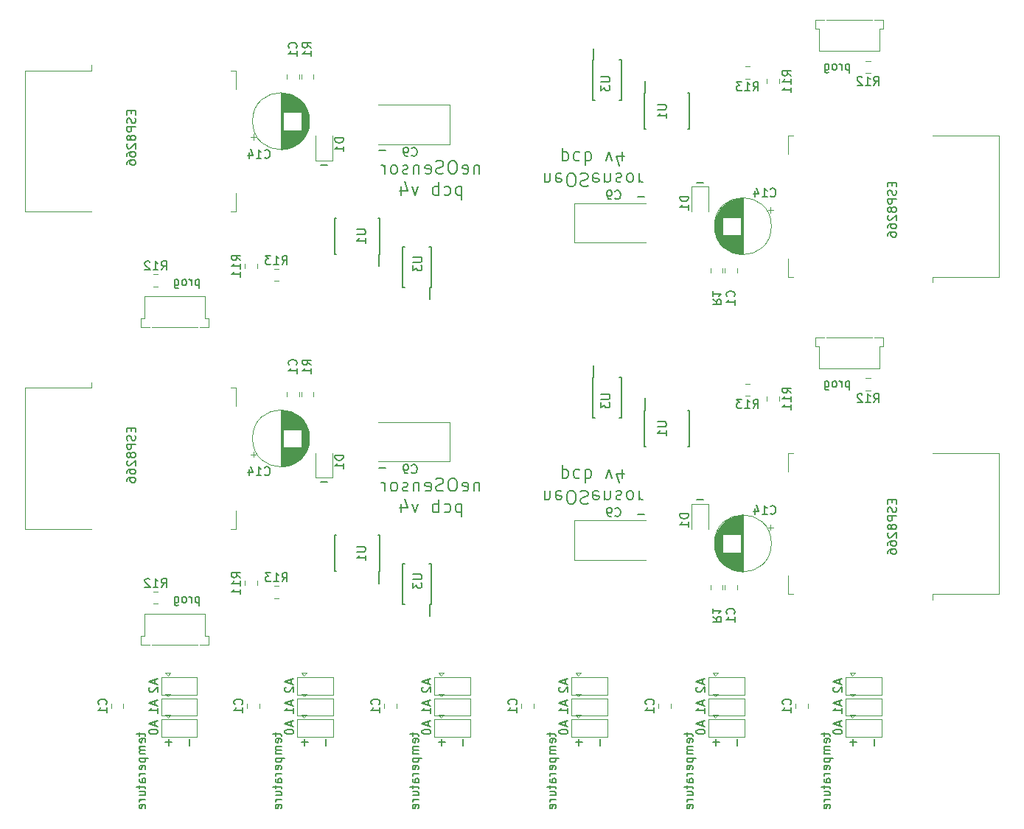
<source format=gbo>
G04 #@! TF.GenerationSoftware,KiCad,Pcbnew,6.0.0-rc1-unknown-r13609-32d262b0*
G04 #@! TF.CreationDate,2018-08-28T00:11:02+02:00*
G04 #@! TF.ProjectId,neOSensorV4_panel,6E654F53656E736F7256345F70616E65,v4*
G04 #@! TF.SameCoordinates,Original*
G04 #@! TF.FileFunction,Legend,Bot*
G04 #@! TF.FilePolarity,Positive*
%FSLAX46Y46*%
G04 Gerber Fmt 4.6, Leading zero omitted, Abs format (unit mm)*
G04 Created by KiCad (PCBNEW 6.0.0-rc1-unknown-r13609-32d262b0) date Tue Aug 28 00:11:02 2018*
%MOMM*%
%LPD*%
G01*
G04 APERTURE LIST*
%ADD10C,0.150000*%
%ADD11C,0.200000*%
%ADD12C,0.120000*%
G04 APERTURE END LIST*
D10*
X150947428Y-116713047D02*
X150947428Y-117474952D01*
X146978666Y-112315714D02*
X146978666Y-112791904D01*
X147264380Y-112220476D02*
X146264380Y-112553809D01*
X147264380Y-112887142D01*
X147264380Y-113744285D02*
X147264380Y-113172857D01*
X147264380Y-113458571D02*
X146264380Y-113458571D01*
X146407238Y-113363333D01*
X146502476Y-113268095D01*
X146550095Y-113172857D01*
X146978666Y-109902714D02*
X146978666Y-110378904D01*
X147264380Y-109807476D02*
X146264380Y-110140809D01*
X147264380Y-110474142D01*
X146359619Y-110759857D02*
X146312000Y-110807476D01*
X146264380Y-110902714D01*
X146264380Y-111140809D01*
X146312000Y-111236047D01*
X146359619Y-111283666D01*
X146454857Y-111331285D01*
X146550095Y-111331285D01*
X146692952Y-111283666D01*
X147264380Y-110712238D01*
X147264380Y-111331285D01*
X145200714Y-115991238D02*
X145200714Y-116372190D01*
X144867380Y-116134095D02*
X145724523Y-116134095D01*
X145819761Y-116181714D01*
X145867380Y-116276952D01*
X145867380Y-116372190D01*
X145819761Y-117086476D02*
X145867380Y-116991238D01*
X145867380Y-116800761D01*
X145819761Y-116705523D01*
X145724523Y-116657904D01*
X145343571Y-116657904D01*
X145248333Y-116705523D01*
X145200714Y-116800761D01*
X145200714Y-116991238D01*
X145248333Y-117086476D01*
X145343571Y-117134095D01*
X145438809Y-117134095D01*
X145534047Y-116657904D01*
X145867380Y-117562666D02*
X145200714Y-117562666D01*
X145295952Y-117562666D02*
X145248333Y-117610285D01*
X145200714Y-117705523D01*
X145200714Y-117848380D01*
X145248333Y-117943619D01*
X145343571Y-117991238D01*
X145867380Y-117991238D01*
X145343571Y-117991238D02*
X145248333Y-118038857D01*
X145200714Y-118134095D01*
X145200714Y-118276952D01*
X145248333Y-118372190D01*
X145343571Y-118419809D01*
X145867380Y-118419809D01*
X145200714Y-118896000D02*
X146200714Y-118896000D01*
X145248333Y-118896000D02*
X145200714Y-118991238D01*
X145200714Y-119181714D01*
X145248333Y-119276952D01*
X145295952Y-119324571D01*
X145391190Y-119372190D01*
X145676904Y-119372190D01*
X145772142Y-119324571D01*
X145819761Y-119276952D01*
X145867380Y-119181714D01*
X145867380Y-118991238D01*
X145819761Y-118896000D01*
X145819761Y-120181714D02*
X145867380Y-120086476D01*
X145867380Y-119896000D01*
X145819761Y-119800761D01*
X145724523Y-119753142D01*
X145343571Y-119753142D01*
X145248333Y-119800761D01*
X145200714Y-119896000D01*
X145200714Y-120086476D01*
X145248333Y-120181714D01*
X145343571Y-120229333D01*
X145438809Y-120229333D01*
X145534047Y-119753142D01*
X145867380Y-120657904D02*
X145200714Y-120657904D01*
X145391190Y-120657904D02*
X145295952Y-120705523D01*
X145248333Y-120753142D01*
X145200714Y-120848380D01*
X145200714Y-120943619D01*
X145867380Y-121705523D02*
X145343571Y-121705523D01*
X145248333Y-121657904D01*
X145200714Y-121562666D01*
X145200714Y-121372190D01*
X145248333Y-121276952D01*
X145819761Y-121705523D02*
X145867380Y-121610285D01*
X145867380Y-121372190D01*
X145819761Y-121276952D01*
X145724523Y-121229333D01*
X145629285Y-121229333D01*
X145534047Y-121276952D01*
X145486428Y-121372190D01*
X145486428Y-121610285D01*
X145438809Y-121705523D01*
X145200714Y-122038857D02*
X145200714Y-122419809D01*
X144867380Y-122181714D02*
X145724523Y-122181714D01*
X145819761Y-122229333D01*
X145867380Y-122324571D01*
X145867380Y-122419809D01*
X145200714Y-123181714D02*
X145867380Y-123181714D01*
X145200714Y-122753142D02*
X145724523Y-122753142D01*
X145819761Y-122800761D01*
X145867380Y-122896000D01*
X145867380Y-123038857D01*
X145819761Y-123134095D01*
X145772142Y-123181714D01*
X145867380Y-123657904D02*
X145200714Y-123657904D01*
X145391190Y-123657904D02*
X145295952Y-123705523D01*
X145248333Y-123753142D01*
X145200714Y-123848380D01*
X145200714Y-123943619D01*
X145819761Y-124657904D02*
X145867380Y-124562666D01*
X145867380Y-124372190D01*
X145819761Y-124276952D01*
X145724523Y-124229333D01*
X145343571Y-124229333D01*
X145248333Y-124276952D01*
X145200714Y-124372190D01*
X145200714Y-124562666D01*
X145248333Y-124657904D01*
X145343571Y-124705523D01*
X145438809Y-124705523D01*
X145534047Y-124229333D01*
X148534428Y-116713047D02*
X148534428Y-117474952D01*
X148915380Y-117094000D02*
X148153476Y-117094000D01*
X146978666Y-114728715D02*
X146978666Y-115204905D01*
X147264380Y-114633477D02*
X146264380Y-114966810D01*
X147264380Y-115300143D01*
X146264380Y-115823953D02*
X146264380Y-115919191D01*
X146312000Y-116014429D01*
X146359619Y-116062048D01*
X146454857Y-116109667D01*
X146645333Y-116157286D01*
X146883428Y-116157286D01*
X147073904Y-116109667D01*
X147169142Y-116062048D01*
X147216761Y-116014429D01*
X147264380Y-115919191D01*
X147264380Y-115823953D01*
X147216761Y-115728715D01*
X147169142Y-115681096D01*
X147073904Y-115633477D01*
X146883428Y-115585858D01*
X146645333Y-115585858D01*
X146454857Y-115633477D01*
X146359619Y-115681096D01*
X146312000Y-115728715D01*
X146264380Y-115823953D01*
X131230666Y-114728715D02*
X131230666Y-115204905D01*
X131516380Y-114633477D02*
X130516380Y-114966810D01*
X131516380Y-115300143D01*
X130516380Y-115823953D02*
X130516380Y-115919191D01*
X130564000Y-116014429D01*
X130611619Y-116062048D01*
X130706857Y-116109667D01*
X130897333Y-116157286D01*
X131135428Y-116157286D01*
X131325904Y-116109667D01*
X131421142Y-116062048D01*
X131468761Y-116014429D01*
X131516380Y-115919191D01*
X131516380Y-115823953D01*
X131468761Y-115728715D01*
X131421142Y-115681096D01*
X131325904Y-115633477D01*
X131135428Y-115585858D01*
X130897333Y-115585858D01*
X130706857Y-115633477D01*
X130611619Y-115681096D01*
X130564000Y-115728715D01*
X130516380Y-115823953D01*
X135199428Y-116713047D02*
X135199428Y-117474952D01*
X131230666Y-109902714D02*
X131230666Y-110378904D01*
X131516380Y-109807476D02*
X130516380Y-110140809D01*
X131516380Y-110474142D01*
X130611619Y-110759857D02*
X130564000Y-110807476D01*
X130516380Y-110902714D01*
X130516380Y-111140809D01*
X130564000Y-111236047D01*
X130611619Y-111283666D01*
X130706857Y-111331285D01*
X130802095Y-111331285D01*
X130944952Y-111283666D01*
X131516380Y-110712238D01*
X131516380Y-111331285D01*
X131230666Y-112315714D02*
X131230666Y-112791904D01*
X131516380Y-112220476D02*
X130516380Y-112553809D01*
X131516380Y-112887142D01*
X131516380Y-113744285D02*
X131516380Y-113172857D01*
X131516380Y-113458571D02*
X130516380Y-113458571D01*
X130659238Y-113363333D01*
X130754476Y-113268095D01*
X130802095Y-113172857D01*
X129452714Y-115991238D02*
X129452714Y-116372190D01*
X129119380Y-116134095D02*
X129976523Y-116134095D01*
X130071761Y-116181714D01*
X130119380Y-116276952D01*
X130119380Y-116372190D01*
X130071761Y-117086476D02*
X130119380Y-116991238D01*
X130119380Y-116800761D01*
X130071761Y-116705523D01*
X129976523Y-116657904D01*
X129595571Y-116657904D01*
X129500333Y-116705523D01*
X129452714Y-116800761D01*
X129452714Y-116991238D01*
X129500333Y-117086476D01*
X129595571Y-117134095D01*
X129690809Y-117134095D01*
X129786047Y-116657904D01*
X130119380Y-117562666D02*
X129452714Y-117562666D01*
X129547952Y-117562666D02*
X129500333Y-117610285D01*
X129452714Y-117705523D01*
X129452714Y-117848380D01*
X129500333Y-117943619D01*
X129595571Y-117991238D01*
X130119380Y-117991238D01*
X129595571Y-117991238D02*
X129500333Y-118038857D01*
X129452714Y-118134095D01*
X129452714Y-118276952D01*
X129500333Y-118372190D01*
X129595571Y-118419809D01*
X130119380Y-118419809D01*
X129452714Y-118896000D02*
X130452714Y-118896000D01*
X129500333Y-118896000D02*
X129452714Y-118991238D01*
X129452714Y-119181714D01*
X129500333Y-119276952D01*
X129547952Y-119324571D01*
X129643190Y-119372190D01*
X129928904Y-119372190D01*
X130024142Y-119324571D01*
X130071761Y-119276952D01*
X130119380Y-119181714D01*
X130119380Y-118991238D01*
X130071761Y-118896000D01*
X130071761Y-120181714D02*
X130119380Y-120086476D01*
X130119380Y-119896000D01*
X130071761Y-119800761D01*
X129976523Y-119753142D01*
X129595571Y-119753142D01*
X129500333Y-119800761D01*
X129452714Y-119896000D01*
X129452714Y-120086476D01*
X129500333Y-120181714D01*
X129595571Y-120229333D01*
X129690809Y-120229333D01*
X129786047Y-119753142D01*
X130119380Y-120657904D02*
X129452714Y-120657904D01*
X129643190Y-120657904D02*
X129547952Y-120705523D01*
X129500333Y-120753142D01*
X129452714Y-120848380D01*
X129452714Y-120943619D01*
X130119380Y-121705523D02*
X129595571Y-121705523D01*
X129500333Y-121657904D01*
X129452714Y-121562666D01*
X129452714Y-121372190D01*
X129500333Y-121276952D01*
X130071761Y-121705523D02*
X130119380Y-121610285D01*
X130119380Y-121372190D01*
X130071761Y-121276952D01*
X129976523Y-121229333D01*
X129881285Y-121229333D01*
X129786047Y-121276952D01*
X129738428Y-121372190D01*
X129738428Y-121610285D01*
X129690809Y-121705523D01*
X129452714Y-122038857D02*
X129452714Y-122419809D01*
X129119380Y-122181714D02*
X129976523Y-122181714D01*
X130071761Y-122229333D01*
X130119380Y-122324571D01*
X130119380Y-122419809D01*
X129452714Y-123181714D02*
X130119380Y-123181714D01*
X129452714Y-122753142D02*
X129976523Y-122753142D01*
X130071761Y-122800761D01*
X130119380Y-122896000D01*
X130119380Y-123038857D01*
X130071761Y-123134095D01*
X130024142Y-123181714D01*
X130119380Y-123657904D02*
X129452714Y-123657904D01*
X129643190Y-123657904D02*
X129547952Y-123705523D01*
X129500333Y-123753142D01*
X129452714Y-123848380D01*
X129452714Y-123943619D01*
X130071761Y-124657904D02*
X130119380Y-124562666D01*
X130119380Y-124372190D01*
X130071761Y-124276952D01*
X129976523Y-124229333D01*
X129595571Y-124229333D01*
X129500333Y-124276952D01*
X129452714Y-124372190D01*
X129452714Y-124562666D01*
X129500333Y-124657904D01*
X129595571Y-124705523D01*
X129690809Y-124705523D01*
X129786047Y-124229333D01*
X132786428Y-116713047D02*
X132786428Y-117474952D01*
X133167380Y-117094000D02*
X132405476Y-117094000D01*
X115482666Y-112315714D02*
X115482666Y-112791904D01*
X115768380Y-112220476D02*
X114768380Y-112553809D01*
X115768380Y-112887142D01*
X115768380Y-113744285D02*
X115768380Y-113172857D01*
X115768380Y-113458571D02*
X114768380Y-113458571D01*
X114911238Y-113363333D01*
X115006476Y-113268095D01*
X115054095Y-113172857D01*
X113704714Y-115991238D02*
X113704714Y-116372190D01*
X113371380Y-116134095D02*
X114228523Y-116134095D01*
X114323761Y-116181714D01*
X114371380Y-116276952D01*
X114371380Y-116372190D01*
X114323761Y-117086476D02*
X114371380Y-116991238D01*
X114371380Y-116800761D01*
X114323761Y-116705523D01*
X114228523Y-116657904D01*
X113847571Y-116657904D01*
X113752333Y-116705523D01*
X113704714Y-116800761D01*
X113704714Y-116991238D01*
X113752333Y-117086476D01*
X113847571Y-117134095D01*
X113942809Y-117134095D01*
X114038047Y-116657904D01*
X114371380Y-117562666D02*
X113704714Y-117562666D01*
X113799952Y-117562666D02*
X113752333Y-117610285D01*
X113704714Y-117705523D01*
X113704714Y-117848380D01*
X113752333Y-117943619D01*
X113847571Y-117991238D01*
X114371380Y-117991238D01*
X113847571Y-117991238D02*
X113752333Y-118038857D01*
X113704714Y-118134095D01*
X113704714Y-118276952D01*
X113752333Y-118372190D01*
X113847571Y-118419809D01*
X114371380Y-118419809D01*
X113704714Y-118896000D02*
X114704714Y-118896000D01*
X113752333Y-118896000D02*
X113704714Y-118991238D01*
X113704714Y-119181714D01*
X113752333Y-119276952D01*
X113799952Y-119324571D01*
X113895190Y-119372190D01*
X114180904Y-119372190D01*
X114276142Y-119324571D01*
X114323761Y-119276952D01*
X114371380Y-119181714D01*
X114371380Y-118991238D01*
X114323761Y-118896000D01*
X114323761Y-120181714D02*
X114371380Y-120086476D01*
X114371380Y-119896000D01*
X114323761Y-119800761D01*
X114228523Y-119753142D01*
X113847571Y-119753142D01*
X113752333Y-119800761D01*
X113704714Y-119896000D01*
X113704714Y-120086476D01*
X113752333Y-120181714D01*
X113847571Y-120229333D01*
X113942809Y-120229333D01*
X114038047Y-119753142D01*
X114371380Y-120657904D02*
X113704714Y-120657904D01*
X113895190Y-120657904D02*
X113799952Y-120705523D01*
X113752333Y-120753142D01*
X113704714Y-120848380D01*
X113704714Y-120943619D01*
X114371380Y-121705523D02*
X113847571Y-121705523D01*
X113752333Y-121657904D01*
X113704714Y-121562666D01*
X113704714Y-121372190D01*
X113752333Y-121276952D01*
X114323761Y-121705523D02*
X114371380Y-121610285D01*
X114371380Y-121372190D01*
X114323761Y-121276952D01*
X114228523Y-121229333D01*
X114133285Y-121229333D01*
X114038047Y-121276952D01*
X113990428Y-121372190D01*
X113990428Y-121610285D01*
X113942809Y-121705523D01*
X113704714Y-122038857D02*
X113704714Y-122419809D01*
X113371380Y-122181714D02*
X114228523Y-122181714D01*
X114323761Y-122229333D01*
X114371380Y-122324571D01*
X114371380Y-122419809D01*
X113704714Y-123181714D02*
X114371380Y-123181714D01*
X113704714Y-122753142D02*
X114228523Y-122753142D01*
X114323761Y-122800761D01*
X114371380Y-122896000D01*
X114371380Y-123038857D01*
X114323761Y-123134095D01*
X114276142Y-123181714D01*
X114371380Y-123657904D02*
X113704714Y-123657904D01*
X113895190Y-123657904D02*
X113799952Y-123705523D01*
X113752333Y-123753142D01*
X113704714Y-123848380D01*
X113704714Y-123943619D01*
X114323761Y-124657904D02*
X114371380Y-124562666D01*
X114371380Y-124372190D01*
X114323761Y-124276952D01*
X114228523Y-124229333D01*
X113847571Y-124229333D01*
X113752333Y-124276952D01*
X113704714Y-124372190D01*
X113704714Y-124562666D01*
X113752333Y-124657904D01*
X113847571Y-124705523D01*
X113942809Y-124705523D01*
X114038047Y-124229333D01*
X115482666Y-109902714D02*
X115482666Y-110378904D01*
X115768380Y-109807476D02*
X114768380Y-110140809D01*
X115768380Y-110474142D01*
X114863619Y-110759857D02*
X114816000Y-110807476D01*
X114768380Y-110902714D01*
X114768380Y-111140809D01*
X114816000Y-111236047D01*
X114863619Y-111283666D01*
X114958857Y-111331285D01*
X115054095Y-111331285D01*
X115196952Y-111283666D01*
X115768380Y-110712238D01*
X115768380Y-111331285D01*
X117038428Y-116713047D02*
X117038428Y-117474952D01*
X117419380Y-117094000D02*
X116657476Y-117094000D01*
X115482666Y-114728715D02*
X115482666Y-115204905D01*
X115768380Y-114633477D02*
X114768380Y-114966810D01*
X115768380Y-115300143D01*
X114768380Y-115823953D02*
X114768380Y-115919191D01*
X114816000Y-116014429D01*
X114863619Y-116062048D01*
X114958857Y-116109667D01*
X115149333Y-116157286D01*
X115387428Y-116157286D01*
X115577904Y-116109667D01*
X115673142Y-116062048D01*
X115720761Y-116014429D01*
X115768380Y-115919191D01*
X115768380Y-115823953D01*
X115720761Y-115728715D01*
X115673142Y-115681096D01*
X115577904Y-115633477D01*
X115387428Y-115585858D01*
X115149333Y-115585858D01*
X114958857Y-115633477D01*
X114863619Y-115681096D01*
X114816000Y-115728715D01*
X114768380Y-115823953D01*
X119451428Y-116713047D02*
X119451428Y-117474952D01*
X99734666Y-112315714D02*
X99734666Y-112791904D01*
X100020380Y-112220476D02*
X99020380Y-112553809D01*
X100020380Y-112887142D01*
X100020380Y-113744285D02*
X100020380Y-113172857D01*
X100020380Y-113458571D02*
X99020380Y-113458571D01*
X99163238Y-113363333D01*
X99258476Y-113268095D01*
X99306095Y-113172857D01*
X97956714Y-115991238D02*
X97956714Y-116372190D01*
X97623380Y-116134095D02*
X98480523Y-116134095D01*
X98575761Y-116181714D01*
X98623380Y-116276952D01*
X98623380Y-116372190D01*
X98575761Y-117086476D02*
X98623380Y-116991238D01*
X98623380Y-116800761D01*
X98575761Y-116705523D01*
X98480523Y-116657904D01*
X98099571Y-116657904D01*
X98004333Y-116705523D01*
X97956714Y-116800761D01*
X97956714Y-116991238D01*
X98004333Y-117086476D01*
X98099571Y-117134095D01*
X98194809Y-117134095D01*
X98290047Y-116657904D01*
X98623380Y-117562666D02*
X97956714Y-117562666D01*
X98051952Y-117562666D02*
X98004333Y-117610285D01*
X97956714Y-117705523D01*
X97956714Y-117848380D01*
X98004333Y-117943619D01*
X98099571Y-117991238D01*
X98623380Y-117991238D01*
X98099571Y-117991238D02*
X98004333Y-118038857D01*
X97956714Y-118134095D01*
X97956714Y-118276952D01*
X98004333Y-118372190D01*
X98099571Y-118419809D01*
X98623380Y-118419809D01*
X97956714Y-118896000D02*
X98956714Y-118896000D01*
X98004333Y-118896000D02*
X97956714Y-118991238D01*
X97956714Y-119181714D01*
X98004333Y-119276952D01*
X98051952Y-119324571D01*
X98147190Y-119372190D01*
X98432904Y-119372190D01*
X98528142Y-119324571D01*
X98575761Y-119276952D01*
X98623380Y-119181714D01*
X98623380Y-118991238D01*
X98575761Y-118896000D01*
X98575761Y-120181714D02*
X98623380Y-120086476D01*
X98623380Y-119896000D01*
X98575761Y-119800761D01*
X98480523Y-119753142D01*
X98099571Y-119753142D01*
X98004333Y-119800761D01*
X97956714Y-119896000D01*
X97956714Y-120086476D01*
X98004333Y-120181714D01*
X98099571Y-120229333D01*
X98194809Y-120229333D01*
X98290047Y-119753142D01*
X98623380Y-120657904D02*
X97956714Y-120657904D01*
X98147190Y-120657904D02*
X98051952Y-120705523D01*
X98004333Y-120753142D01*
X97956714Y-120848380D01*
X97956714Y-120943619D01*
X98623380Y-121705523D02*
X98099571Y-121705523D01*
X98004333Y-121657904D01*
X97956714Y-121562666D01*
X97956714Y-121372190D01*
X98004333Y-121276952D01*
X98575761Y-121705523D02*
X98623380Y-121610285D01*
X98623380Y-121372190D01*
X98575761Y-121276952D01*
X98480523Y-121229333D01*
X98385285Y-121229333D01*
X98290047Y-121276952D01*
X98242428Y-121372190D01*
X98242428Y-121610285D01*
X98194809Y-121705523D01*
X97956714Y-122038857D02*
X97956714Y-122419809D01*
X97623380Y-122181714D02*
X98480523Y-122181714D01*
X98575761Y-122229333D01*
X98623380Y-122324571D01*
X98623380Y-122419809D01*
X97956714Y-123181714D02*
X98623380Y-123181714D01*
X97956714Y-122753142D02*
X98480523Y-122753142D01*
X98575761Y-122800761D01*
X98623380Y-122896000D01*
X98623380Y-123038857D01*
X98575761Y-123134095D01*
X98528142Y-123181714D01*
X98623380Y-123657904D02*
X97956714Y-123657904D01*
X98147190Y-123657904D02*
X98051952Y-123705523D01*
X98004333Y-123753142D01*
X97956714Y-123848380D01*
X97956714Y-123943619D01*
X98575761Y-124657904D02*
X98623380Y-124562666D01*
X98623380Y-124372190D01*
X98575761Y-124276952D01*
X98480523Y-124229333D01*
X98099571Y-124229333D01*
X98004333Y-124276952D01*
X97956714Y-124372190D01*
X97956714Y-124562666D01*
X98004333Y-124657904D01*
X98099571Y-124705523D01*
X98194809Y-124705523D01*
X98290047Y-124229333D01*
X103703428Y-116713047D02*
X103703428Y-117474952D01*
X99734666Y-114728715D02*
X99734666Y-115204905D01*
X100020380Y-114633477D02*
X99020380Y-114966810D01*
X100020380Y-115300143D01*
X99020380Y-115823953D02*
X99020380Y-115919191D01*
X99068000Y-116014429D01*
X99115619Y-116062048D01*
X99210857Y-116109667D01*
X99401333Y-116157286D01*
X99639428Y-116157286D01*
X99829904Y-116109667D01*
X99925142Y-116062048D01*
X99972761Y-116014429D01*
X100020380Y-115919191D01*
X100020380Y-115823953D01*
X99972761Y-115728715D01*
X99925142Y-115681096D01*
X99829904Y-115633477D01*
X99639428Y-115585858D01*
X99401333Y-115585858D01*
X99210857Y-115633477D01*
X99115619Y-115681096D01*
X99068000Y-115728715D01*
X99020380Y-115823953D01*
X101290428Y-116713047D02*
X101290428Y-117474952D01*
X101671380Y-117094000D02*
X100909476Y-117094000D01*
X99734666Y-109902714D02*
X99734666Y-110378904D01*
X100020380Y-109807476D02*
X99020380Y-110140809D01*
X100020380Y-110474142D01*
X99115619Y-110759857D02*
X99068000Y-110807476D01*
X99020380Y-110902714D01*
X99020380Y-111140809D01*
X99068000Y-111236047D01*
X99115619Y-111283666D01*
X99210857Y-111331285D01*
X99306095Y-111331285D01*
X99448952Y-111283666D01*
X100020380Y-110712238D01*
X100020380Y-111331285D01*
X85542428Y-116713047D02*
X85542428Y-117474952D01*
X85923380Y-117094000D02*
X85161476Y-117094000D01*
X87955428Y-116713047D02*
X87955428Y-117474952D01*
X83986666Y-109902714D02*
X83986666Y-110378904D01*
X84272380Y-109807476D02*
X83272380Y-110140809D01*
X84272380Y-110474142D01*
X83367619Y-110759857D02*
X83320000Y-110807476D01*
X83272380Y-110902714D01*
X83272380Y-111140809D01*
X83320000Y-111236047D01*
X83367619Y-111283666D01*
X83462857Y-111331285D01*
X83558095Y-111331285D01*
X83700952Y-111283666D01*
X84272380Y-110712238D01*
X84272380Y-111331285D01*
X83986666Y-114728715D02*
X83986666Y-115204905D01*
X84272380Y-114633477D02*
X83272380Y-114966810D01*
X84272380Y-115300143D01*
X83272380Y-115823953D02*
X83272380Y-115919191D01*
X83320000Y-116014429D01*
X83367619Y-116062048D01*
X83462857Y-116109667D01*
X83653333Y-116157286D01*
X83891428Y-116157286D01*
X84081904Y-116109667D01*
X84177142Y-116062048D01*
X84224761Y-116014429D01*
X84272380Y-115919191D01*
X84272380Y-115823953D01*
X84224761Y-115728715D01*
X84177142Y-115681096D01*
X84081904Y-115633477D01*
X83891428Y-115585858D01*
X83653333Y-115585858D01*
X83462857Y-115633477D01*
X83367619Y-115681096D01*
X83320000Y-115728715D01*
X83272380Y-115823953D01*
X82208714Y-115991238D02*
X82208714Y-116372190D01*
X81875380Y-116134095D02*
X82732523Y-116134095D01*
X82827761Y-116181714D01*
X82875380Y-116276952D01*
X82875380Y-116372190D01*
X82827761Y-117086476D02*
X82875380Y-116991238D01*
X82875380Y-116800761D01*
X82827761Y-116705523D01*
X82732523Y-116657904D01*
X82351571Y-116657904D01*
X82256333Y-116705523D01*
X82208714Y-116800761D01*
X82208714Y-116991238D01*
X82256333Y-117086476D01*
X82351571Y-117134095D01*
X82446809Y-117134095D01*
X82542047Y-116657904D01*
X82875380Y-117562666D02*
X82208714Y-117562666D01*
X82303952Y-117562666D02*
X82256333Y-117610285D01*
X82208714Y-117705523D01*
X82208714Y-117848380D01*
X82256333Y-117943619D01*
X82351571Y-117991238D01*
X82875380Y-117991238D01*
X82351571Y-117991238D02*
X82256333Y-118038857D01*
X82208714Y-118134095D01*
X82208714Y-118276952D01*
X82256333Y-118372190D01*
X82351571Y-118419809D01*
X82875380Y-118419809D01*
X82208714Y-118896000D02*
X83208714Y-118896000D01*
X82256333Y-118896000D02*
X82208714Y-118991238D01*
X82208714Y-119181714D01*
X82256333Y-119276952D01*
X82303952Y-119324571D01*
X82399190Y-119372190D01*
X82684904Y-119372190D01*
X82780142Y-119324571D01*
X82827761Y-119276952D01*
X82875380Y-119181714D01*
X82875380Y-118991238D01*
X82827761Y-118896000D01*
X82827761Y-120181714D02*
X82875380Y-120086476D01*
X82875380Y-119896000D01*
X82827761Y-119800761D01*
X82732523Y-119753142D01*
X82351571Y-119753142D01*
X82256333Y-119800761D01*
X82208714Y-119896000D01*
X82208714Y-120086476D01*
X82256333Y-120181714D01*
X82351571Y-120229333D01*
X82446809Y-120229333D01*
X82542047Y-119753142D01*
X82875380Y-120657904D02*
X82208714Y-120657904D01*
X82399190Y-120657904D02*
X82303952Y-120705523D01*
X82256333Y-120753142D01*
X82208714Y-120848380D01*
X82208714Y-120943619D01*
X82875380Y-121705523D02*
X82351571Y-121705523D01*
X82256333Y-121657904D01*
X82208714Y-121562666D01*
X82208714Y-121372190D01*
X82256333Y-121276952D01*
X82827761Y-121705523D02*
X82875380Y-121610285D01*
X82875380Y-121372190D01*
X82827761Y-121276952D01*
X82732523Y-121229333D01*
X82637285Y-121229333D01*
X82542047Y-121276952D01*
X82494428Y-121372190D01*
X82494428Y-121610285D01*
X82446809Y-121705523D01*
X82208714Y-122038857D02*
X82208714Y-122419809D01*
X81875380Y-122181714D02*
X82732523Y-122181714D01*
X82827761Y-122229333D01*
X82875380Y-122324571D01*
X82875380Y-122419809D01*
X82208714Y-123181714D02*
X82875380Y-123181714D01*
X82208714Y-122753142D02*
X82732523Y-122753142D01*
X82827761Y-122800761D01*
X82875380Y-122896000D01*
X82875380Y-123038857D01*
X82827761Y-123134095D01*
X82780142Y-123181714D01*
X82875380Y-123657904D02*
X82208714Y-123657904D01*
X82399190Y-123657904D02*
X82303952Y-123705523D01*
X82256333Y-123753142D01*
X82208714Y-123848380D01*
X82208714Y-123943619D01*
X82827761Y-124657904D02*
X82875380Y-124562666D01*
X82875380Y-124372190D01*
X82827761Y-124276952D01*
X82732523Y-124229333D01*
X82351571Y-124229333D01*
X82256333Y-124276952D01*
X82208714Y-124372190D01*
X82208714Y-124562666D01*
X82256333Y-124657904D01*
X82351571Y-124705523D01*
X82446809Y-124705523D01*
X82542047Y-124229333D01*
X83986666Y-112315714D02*
X83986666Y-112791904D01*
X84272380Y-112220476D02*
X83272380Y-112553809D01*
X84272380Y-112887142D01*
X84272380Y-113744285D02*
X84272380Y-113172857D01*
X84272380Y-113458571D02*
X83272380Y-113458571D01*
X83415238Y-113363333D01*
X83510476Y-113268095D01*
X83558095Y-113172857D01*
D11*
X113082285Y-89176428D02*
X113082285Y-88176428D01*
X113082285Y-89033571D02*
X113153714Y-89105000D01*
X113296571Y-89176428D01*
X113510857Y-89176428D01*
X113653714Y-89105000D01*
X113725142Y-88962142D01*
X113725142Y-88176428D01*
X115010857Y-88247857D02*
X114868000Y-88176428D01*
X114582285Y-88176428D01*
X114439428Y-88247857D01*
X114368000Y-88390714D01*
X114368000Y-88962142D01*
X114439428Y-89105000D01*
X114582285Y-89176428D01*
X114868000Y-89176428D01*
X115010857Y-89105000D01*
X115082285Y-88962142D01*
X115082285Y-88819285D01*
X114368000Y-88676428D01*
X116010857Y-89676428D02*
X116296571Y-89676428D01*
X116439428Y-89605000D01*
X116582285Y-89462142D01*
X116653714Y-89176428D01*
X116653714Y-88676428D01*
X116582285Y-88390714D01*
X116439428Y-88247857D01*
X116296571Y-88176428D01*
X116010857Y-88176428D01*
X115868000Y-88247857D01*
X115725142Y-88390714D01*
X115653714Y-88676428D01*
X115653714Y-89176428D01*
X115725142Y-89462142D01*
X115868000Y-89605000D01*
X116010857Y-89676428D01*
X117225142Y-88247857D02*
X117439428Y-88176428D01*
X117796571Y-88176428D01*
X117939428Y-88247857D01*
X118010857Y-88319285D01*
X118082285Y-88462142D01*
X118082285Y-88605000D01*
X118010857Y-88747857D01*
X117939428Y-88819285D01*
X117796571Y-88890714D01*
X117510857Y-88962142D01*
X117367999Y-89033571D01*
X117296571Y-89105000D01*
X117225142Y-89247857D01*
X117225142Y-89390714D01*
X117296571Y-89533571D01*
X117367999Y-89605000D01*
X117510857Y-89676428D01*
X117868000Y-89676428D01*
X118082285Y-89605000D01*
X119296571Y-88247857D02*
X119153714Y-88176428D01*
X118867999Y-88176428D01*
X118725142Y-88247857D01*
X118653714Y-88390714D01*
X118653714Y-88962142D01*
X118725142Y-89105000D01*
X118867999Y-89176428D01*
X119153714Y-89176428D01*
X119296571Y-89105000D01*
X119367999Y-88962142D01*
X119367999Y-88819285D01*
X118653714Y-88676428D01*
X120010857Y-89176428D02*
X120010857Y-88176428D01*
X120010857Y-89033571D02*
X120082285Y-89105000D01*
X120225142Y-89176428D01*
X120439428Y-89176428D01*
X120582285Y-89105000D01*
X120653714Y-88962142D01*
X120653714Y-88176428D01*
X121296571Y-88247857D02*
X121439428Y-88176428D01*
X121725142Y-88176428D01*
X121867999Y-88247857D01*
X121939428Y-88390714D01*
X121939428Y-88462142D01*
X121867999Y-88605000D01*
X121725142Y-88676428D01*
X121510857Y-88676428D01*
X121367999Y-88747857D01*
X121296571Y-88890714D01*
X121296571Y-88962142D01*
X121367999Y-89105000D01*
X121510857Y-89176428D01*
X121725142Y-89176428D01*
X121867999Y-89105000D01*
X122796571Y-88176428D02*
X122653714Y-88247857D01*
X122582285Y-88319285D01*
X122510857Y-88462142D01*
X122510857Y-88890714D01*
X122582285Y-89033571D01*
X122653714Y-89105000D01*
X122796571Y-89176428D01*
X123010857Y-89176428D01*
X123153714Y-89105000D01*
X123225142Y-89033571D01*
X123296571Y-88890714D01*
X123296571Y-88462142D01*
X123225142Y-88319285D01*
X123153714Y-88247857D01*
X123010857Y-88176428D01*
X122796571Y-88176428D01*
X123939428Y-88176428D02*
X123939428Y-89176428D01*
X123939428Y-88890714D02*
X124010857Y-89033571D01*
X124082285Y-89105000D01*
X124225142Y-89176428D01*
X124367999Y-89176428D01*
X115118000Y-86726428D02*
X115118000Y-85226428D01*
X115118000Y-86655000D02*
X115260857Y-86726428D01*
X115546571Y-86726428D01*
X115689428Y-86655000D01*
X115760857Y-86583571D01*
X115832285Y-86440714D01*
X115832285Y-86012142D01*
X115760857Y-85869285D01*
X115689428Y-85797857D01*
X115546571Y-85726428D01*
X115260857Y-85726428D01*
X115118000Y-85797857D01*
X117118000Y-85797857D02*
X116975142Y-85726428D01*
X116689428Y-85726428D01*
X116546571Y-85797857D01*
X116475142Y-85869285D01*
X116403714Y-86012142D01*
X116403714Y-86440714D01*
X116475142Y-86583571D01*
X116546571Y-86655000D01*
X116689428Y-86726428D01*
X116975142Y-86726428D01*
X117118000Y-86655000D01*
X117760857Y-85726428D02*
X117760857Y-87226428D01*
X117760857Y-86655000D02*
X117903714Y-86726428D01*
X118189428Y-86726428D01*
X118332285Y-86655000D01*
X118403714Y-86583571D01*
X118475142Y-86440714D01*
X118475142Y-86012142D01*
X118403714Y-85869285D01*
X118332285Y-85797857D01*
X118189428Y-85726428D01*
X117903714Y-85726428D01*
X117760857Y-85797857D01*
X120118000Y-86726428D02*
X120475142Y-85726428D01*
X120832285Y-86726428D01*
X122046571Y-86726428D02*
X122046571Y-85726428D01*
X121689428Y-87297857D02*
X121332285Y-86226428D01*
X122260857Y-86226428D01*
D10*
X124586952Y-90876428D02*
X123825047Y-90876428D01*
X131317952Y-89225428D02*
X130556047Y-89225428D01*
X87376047Y-87177571D02*
X88137952Y-87177571D01*
X94107047Y-85526571D02*
X94868952Y-85526571D01*
D11*
X105611714Y-87226571D02*
X105611714Y-88226571D01*
X105611714Y-87369428D02*
X105540285Y-87298000D01*
X105397428Y-87226571D01*
X105183142Y-87226571D01*
X105040285Y-87298000D01*
X104968857Y-87440857D01*
X104968857Y-88226571D01*
X103683142Y-88155142D02*
X103826000Y-88226571D01*
X104111714Y-88226571D01*
X104254571Y-88155142D01*
X104326000Y-88012285D01*
X104326000Y-87440857D01*
X104254571Y-87298000D01*
X104111714Y-87226571D01*
X103826000Y-87226571D01*
X103683142Y-87298000D01*
X103611714Y-87440857D01*
X103611714Y-87583714D01*
X104326000Y-87726571D01*
X102683142Y-86726571D02*
X102397428Y-86726571D01*
X102254571Y-86798000D01*
X102111714Y-86940857D01*
X102040285Y-87226571D01*
X102040285Y-87726571D01*
X102111714Y-88012285D01*
X102254571Y-88155142D01*
X102397428Y-88226571D01*
X102683142Y-88226571D01*
X102826000Y-88155142D01*
X102968857Y-88012285D01*
X103040285Y-87726571D01*
X103040285Y-87226571D01*
X102968857Y-86940857D01*
X102826000Y-86798000D01*
X102683142Y-86726571D01*
X101468857Y-88155142D02*
X101254571Y-88226571D01*
X100897428Y-88226571D01*
X100754571Y-88155142D01*
X100683142Y-88083714D01*
X100611714Y-87940857D01*
X100611714Y-87798000D01*
X100683142Y-87655142D01*
X100754571Y-87583714D01*
X100897428Y-87512285D01*
X101183142Y-87440857D01*
X101326000Y-87369428D01*
X101397428Y-87298000D01*
X101468857Y-87155142D01*
X101468857Y-87012285D01*
X101397428Y-86869428D01*
X101326000Y-86798000D01*
X101183142Y-86726571D01*
X100826000Y-86726571D01*
X100611714Y-86798000D01*
X99397428Y-88155142D02*
X99540285Y-88226571D01*
X99826000Y-88226571D01*
X99968857Y-88155142D01*
X100040285Y-88012285D01*
X100040285Y-87440857D01*
X99968857Y-87298000D01*
X99826000Y-87226571D01*
X99540285Y-87226571D01*
X99397428Y-87298000D01*
X99326000Y-87440857D01*
X99326000Y-87583714D01*
X100040285Y-87726571D01*
X98683142Y-87226571D02*
X98683142Y-88226571D01*
X98683142Y-87369428D02*
X98611714Y-87298000D01*
X98468857Y-87226571D01*
X98254571Y-87226571D01*
X98111714Y-87298000D01*
X98040285Y-87440857D01*
X98040285Y-88226571D01*
X97397428Y-88155142D02*
X97254571Y-88226571D01*
X96968857Y-88226571D01*
X96826000Y-88155142D01*
X96754571Y-88012285D01*
X96754571Y-87940857D01*
X96826000Y-87798000D01*
X96968857Y-87726571D01*
X97183142Y-87726571D01*
X97326000Y-87655142D01*
X97397428Y-87512285D01*
X97397428Y-87440857D01*
X97326000Y-87298000D01*
X97183142Y-87226571D01*
X96968857Y-87226571D01*
X96826000Y-87298000D01*
X95897428Y-88226571D02*
X96040285Y-88155142D01*
X96111714Y-88083714D01*
X96183142Y-87940857D01*
X96183142Y-87512285D01*
X96111714Y-87369428D01*
X96040285Y-87298000D01*
X95897428Y-87226571D01*
X95683142Y-87226571D01*
X95540285Y-87298000D01*
X95468857Y-87369428D01*
X95397428Y-87512285D01*
X95397428Y-87940857D01*
X95468857Y-88083714D01*
X95540285Y-88155142D01*
X95683142Y-88226571D01*
X95897428Y-88226571D01*
X94754571Y-88226571D02*
X94754571Y-87226571D01*
X94754571Y-87512285D02*
X94683142Y-87369428D01*
X94611714Y-87298000D01*
X94468857Y-87226571D01*
X94326000Y-87226571D01*
X103576000Y-89676571D02*
X103576000Y-91176571D01*
X103576000Y-89748000D02*
X103433142Y-89676571D01*
X103147428Y-89676571D01*
X103004571Y-89748000D01*
X102933142Y-89819428D01*
X102861714Y-89962285D01*
X102861714Y-90390857D01*
X102933142Y-90533714D01*
X103004571Y-90605142D01*
X103147428Y-90676571D01*
X103433142Y-90676571D01*
X103576000Y-90605142D01*
X101576000Y-90605142D02*
X101718857Y-90676571D01*
X102004571Y-90676571D01*
X102147428Y-90605142D01*
X102218857Y-90533714D01*
X102290285Y-90390857D01*
X102290285Y-89962285D01*
X102218857Y-89819428D01*
X102147428Y-89748000D01*
X102004571Y-89676571D01*
X101718857Y-89676571D01*
X101576000Y-89748000D01*
X100933142Y-90676571D02*
X100933142Y-89176571D01*
X100933142Y-89748000D02*
X100790285Y-89676571D01*
X100504571Y-89676571D01*
X100361714Y-89748000D01*
X100290285Y-89819428D01*
X100218857Y-89962285D01*
X100218857Y-90390857D01*
X100290285Y-90533714D01*
X100361714Y-90605142D01*
X100504571Y-90676571D01*
X100790285Y-90676571D01*
X100933142Y-90605142D01*
X98576000Y-89676571D02*
X98218857Y-90676571D01*
X97861714Y-89676571D01*
X96647428Y-89676571D02*
X96647428Y-90676571D01*
X97004571Y-89105142D02*
X97361714Y-90176571D01*
X96433142Y-90176571D01*
D10*
X131317952Y-52776428D02*
X130556047Y-52776428D01*
X124586952Y-54427428D02*
X123825047Y-54427428D01*
D11*
X113082285Y-52727428D02*
X113082285Y-51727428D01*
X113082285Y-52584571D02*
X113153714Y-52656000D01*
X113296571Y-52727428D01*
X113510857Y-52727428D01*
X113653714Y-52656000D01*
X113725142Y-52513142D01*
X113725142Y-51727428D01*
X115010857Y-51798857D02*
X114868000Y-51727428D01*
X114582285Y-51727428D01*
X114439428Y-51798857D01*
X114368000Y-51941714D01*
X114368000Y-52513142D01*
X114439428Y-52656000D01*
X114582285Y-52727428D01*
X114868000Y-52727428D01*
X115010857Y-52656000D01*
X115082285Y-52513142D01*
X115082285Y-52370285D01*
X114368000Y-52227428D01*
X116010857Y-53227428D02*
X116296571Y-53227428D01*
X116439428Y-53156000D01*
X116582285Y-53013142D01*
X116653714Y-52727428D01*
X116653714Y-52227428D01*
X116582285Y-51941714D01*
X116439428Y-51798857D01*
X116296571Y-51727428D01*
X116010857Y-51727428D01*
X115868000Y-51798857D01*
X115725142Y-51941714D01*
X115653714Y-52227428D01*
X115653714Y-52727428D01*
X115725142Y-53013142D01*
X115868000Y-53156000D01*
X116010857Y-53227428D01*
X117225142Y-51798857D02*
X117439428Y-51727428D01*
X117796571Y-51727428D01*
X117939428Y-51798857D01*
X118010857Y-51870285D01*
X118082285Y-52013142D01*
X118082285Y-52156000D01*
X118010857Y-52298857D01*
X117939428Y-52370285D01*
X117796571Y-52441714D01*
X117510857Y-52513142D01*
X117367999Y-52584571D01*
X117296571Y-52656000D01*
X117225142Y-52798857D01*
X117225142Y-52941714D01*
X117296571Y-53084571D01*
X117367999Y-53156000D01*
X117510857Y-53227428D01*
X117868000Y-53227428D01*
X118082285Y-53156000D01*
X119296571Y-51798857D02*
X119153714Y-51727428D01*
X118867999Y-51727428D01*
X118725142Y-51798857D01*
X118653714Y-51941714D01*
X118653714Y-52513142D01*
X118725142Y-52656000D01*
X118867999Y-52727428D01*
X119153714Y-52727428D01*
X119296571Y-52656000D01*
X119367999Y-52513142D01*
X119367999Y-52370285D01*
X118653714Y-52227428D01*
X120010857Y-52727428D02*
X120010857Y-51727428D01*
X120010857Y-52584571D02*
X120082285Y-52656000D01*
X120225142Y-52727428D01*
X120439428Y-52727428D01*
X120582285Y-52656000D01*
X120653714Y-52513142D01*
X120653714Y-51727428D01*
X121296571Y-51798857D02*
X121439428Y-51727428D01*
X121725142Y-51727428D01*
X121867999Y-51798857D01*
X121939428Y-51941714D01*
X121939428Y-52013142D01*
X121867999Y-52156000D01*
X121725142Y-52227428D01*
X121510857Y-52227428D01*
X121367999Y-52298857D01*
X121296571Y-52441714D01*
X121296571Y-52513142D01*
X121367999Y-52656000D01*
X121510857Y-52727428D01*
X121725142Y-52727428D01*
X121867999Y-52656000D01*
X122796571Y-51727428D02*
X122653714Y-51798857D01*
X122582285Y-51870285D01*
X122510857Y-52013142D01*
X122510857Y-52441714D01*
X122582285Y-52584571D01*
X122653714Y-52656000D01*
X122796571Y-52727428D01*
X123010857Y-52727428D01*
X123153714Y-52656000D01*
X123225142Y-52584571D01*
X123296571Y-52441714D01*
X123296571Y-52013142D01*
X123225142Y-51870285D01*
X123153714Y-51798857D01*
X123010857Y-51727428D01*
X122796571Y-51727428D01*
X123939428Y-51727428D02*
X123939428Y-52727428D01*
X123939428Y-52441714D02*
X124010857Y-52584571D01*
X124082285Y-52656000D01*
X124225142Y-52727428D01*
X124367999Y-52727428D01*
X115118000Y-50277428D02*
X115118000Y-48777428D01*
X115118000Y-50206000D02*
X115260857Y-50277428D01*
X115546571Y-50277428D01*
X115689428Y-50206000D01*
X115760857Y-50134571D01*
X115832285Y-49991714D01*
X115832285Y-49563142D01*
X115760857Y-49420285D01*
X115689428Y-49348857D01*
X115546571Y-49277428D01*
X115260857Y-49277428D01*
X115118000Y-49348857D01*
X117118000Y-49348857D02*
X116975142Y-49277428D01*
X116689428Y-49277428D01*
X116546571Y-49348857D01*
X116475142Y-49420285D01*
X116403714Y-49563142D01*
X116403714Y-49991714D01*
X116475142Y-50134571D01*
X116546571Y-50206000D01*
X116689428Y-50277428D01*
X116975142Y-50277428D01*
X117118000Y-50206000D01*
X117760857Y-49277428D02*
X117760857Y-50777428D01*
X117760857Y-50206000D02*
X117903714Y-50277428D01*
X118189428Y-50277428D01*
X118332285Y-50206000D01*
X118403714Y-50134571D01*
X118475142Y-49991714D01*
X118475142Y-49563142D01*
X118403714Y-49420285D01*
X118332285Y-49348857D01*
X118189428Y-49277428D01*
X117903714Y-49277428D01*
X117760857Y-49348857D01*
X120118000Y-50277428D02*
X120475142Y-49277428D01*
X120832285Y-50277428D01*
X122046571Y-50277428D02*
X122046571Y-49277428D01*
X121689428Y-50848857D02*
X121332285Y-49777428D01*
X122260857Y-49777428D01*
X105611714Y-50777571D02*
X105611714Y-51777571D01*
X105611714Y-50920428D02*
X105540285Y-50849000D01*
X105397428Y-50777571D01*
X105183142Y-50777571D01*
X105040285Y-50849000D01*
X104968857Y-50991857D01*
X104968857Y-51777571D01*
X103683142Y-51706142D02*
X103826000Y-51777571D01*
X104111714Y-51777571D01*
X104254571Y-51706142D01*
X104326000Y-51563285D01*
X104326000Y-50991857D01*
X104254571Y-50849000D01*
X104111714Y-50777571D01*
X103826000Y-50777571D01*
X103683142Y-50849000D01*
X103611714Y-50991857D01*
X103611714Y-51134714D01*
X104326000Y-51277571D01*
X102683142Y-50277571D02*
X102397428Y-50277571D01*
X102254571Y-50349000D01*
X102111714Y-50491857D01*
X102040285Y-50777571D01*
X102040285Y-51277571D01*
X102111714Y-51563285D01*
X102254571Y-51706142D01*
X102397428Y-51777571D01*
X102683142Y-51777571D01*
X102826000Y-51706142D01*
X102968857Y-51563285D01*
X103040285Y-51277571D01*
X103040285Y-50777571D01*
X102968857Y-50491857D01*
X102826000Y-50349000D01*
X102683142Y-50277571D01*
X101468857Y-51706142D02*
X101254571Y-51777571D01*
X100897428Y-51777571D01*
X100754571Y-51706142D01*
X100683142Y-51634714D01*
X100611714Y-51491857D01*
X100611714Y-51349000D01*
X100683142Y-51206142D01*
X100754571Y-51134714D01*
X100897428Y-51063285D01*
X101183142Y-50991857D01*
X101326000Y-50920428D01*
X101397428Y-50849000D01*
X101468857Y-50706142D01*
X101468857Y-50563285D01*
X101397428Y-50420428D01*
X101326000Y-50349000D01*
X101183142Y-50277571D01*
X100826000Y-50277571D01*
X100611714Y-50349000D01*
X99397428Y-51706142D02*
X99540285Y-51777571D01*
X99826000Y-51777571D01*
X99968857Y-51706142D01*
X100040285Y-51563285D01*
X100040285Y-50991857D01*
X99968857Y-50849000D01*
X99826000Y-50777571D01*
X99540285Y-50777571D01*
X99397428Y-50849000D01*
X99326000Y-50991857D01*
X99326000Y-51134714D01*
X100040285Y-51277571D01*
X98683142Y-50777571D02*
X98683142Y-51777571D01*
X98683142Y-50920428D02*
X98611714Y-50849000D01*
X98468857Y-50777571D01*
X98254571Y-50777571D01*
X98111714Y-50849000D01*
X98040285Y-50991857D01*
X98040285Y-51777571D01*
X97397428Y-51706142D02*
X97254571Y-51777571D01*
X96968857Y-51777571D01*
X96826000Y-51706142D01*
X96754571Y-51563285D01*
X96754571Y-51491857D01*
X96826000Y-51349000D01*
X96968857Y-51277571D01*
X97183142Y-51277571D01*
X97326000Y-51206142D01*
X97397428Y-51063285D01*
X97397428Y-50991857D01*
X97326000Y-50849000D01*
X97183142Y-50777571D01*
X96968857Y-50777571D01*
X96826000Y-50849000D01*
X95897428Y-51777571D02*
X96040285Y-51706142D01*
X96111714Y-51634714D01*
X96183142Y-51491857D01*
X96183142Y-51063285D01*
X96111714Y-50920428D01*
X96040285Y-50849000D01*
X95897428Y-50777571D01*
X95683142Y-50777571D01*
X95540285Y-50849000D01*
X95468857Y-50920428D01*
X95397428Y-51063285D01*
X95397428Y-51491857D01*
X95468857Y-51634714D01*
X95540285Y-51706142D01*
X95683142Y-51777571D01*
X95897428Y-51777571D01*
X94754571Y-51777571D02*
X94754571Y-50777571D01*
X94754571Y-51063285D02*
X94683142Y-50920428D01*
X94611714Y-50849000D01*
X94468857Y-50777571D01*
X94326000Y-50777571D01*
X103576000Y-53227571D02*
X103576000Y-54727571D01*
X103576000Y-53299000D02*
X103433142Y-53227571D01*
X103147428Y-53227571D01*
X103004571Y-53299000D01*
X102933142Y-53370428D01*
X102861714Y-53513285D01*
X102861714Y-53941857D01*
X102933142Y-54084714D01*
X103004571Y-54156142D01*
X103147428Y-54227571D01*
X103433142Y-54227571D01*
X103576000Y-54156142D01*
X101576000Y-54156142D02*
X101718857Y-54227571D01*
X102004571Y-54227571D01*
X102147428Y-54156142D01*
X102218857Y-54084714D01*
X102290285Y-53941857D01*
X102290285Y-53513285D01*
X102218857Y-53370428D01*
X102147428Y-53299000D01*
X102004571Y-53227571D01*
X101718857Y-53227571D01*
X101576000Y-53299000D01*
X100933142Y-54227571D02*
X100933142Y-52727571D01*
X100933142Y-53299000D02*
X100790285Y-53227571D01*
X100504571Y-53227571D01*
X100361714Y-53299000D01*
X100290285Y-53370428D01*
X100218857Y-53513285D01*
X100218857Y-53941857D01*
X100290285Y-54084714D01*
X100361714Y-54156142D01*
X100504571Y-54227571D01*
X100790285Y-54227571D01*
X100933142Y-54156142D01*
X98576000Y-53227571D02*
X98218857Y-54227571D01*
X97861714Y-53227571D01*
X96647428Y-53227571D02*
X96647428Y-54227571D01*
X97004571Y-52656142D02*
X97361714Y-53727571D01*
X96433142Y-53727571D01*
D10*
X94107047Y-49077571D02*
X94868952Y-49077571D01*
X87376047Y-50728571D02*
X88137952Y-50728571D01*
X72334428Y-116713047D02*
X72334428Y-117474952D01*
X69921428Y-116713047D02*
X69921428Y-117474952D01*
X70302380Y-117094000D02*
X69540476Y-117094000D01*
X68365666Y-109902714D02*
X68365666Y-110378904D01*
X68651380Y-109807476D02*
X67651380Y-110140809D01*
X68651380Y-110474142D01*
X67746619Y-110759857D02*
X67699000Y-110807476D01*
X67651380Y-110902714D01*
X67651380Y-111140809D01*
X67699000Y-111236047D01*
X67746619Y-111283666D01*
X67841857Y-111331285D01*
X67937095Y-111331285D01*
X68079952Y-111283666D01*
X68651380Y-110712238D01*
X68651380Y-111331285D01*
X68365666Y-112315714D02*
X68365666Y-112791904D01*
X68651380Y-112220476D02*
X67651380Y-112553809D01*
X68651380Y-112887142D01*
X68651380Y-113744285D02*
X68651380Y-113172857D01*
X68651380Y-113458571D02*
X67651380Y-113458571D01*
X67794238Y-113363333D01*
X67889476Y-113268095D01*
X67937095Y-113172857D01*
X68365666Y-114728714D02*
X68365666Y-115204904D01*
X68651380Y-114633476D02*
X67651380Y-114966809D01*
X68651380Y-115300142D01*
X67651380Y-115823952D02*
X67651380Y-115919190D01*
X67699000Y-116014428D01*
X67746619Y-116062047D01*
X67841857Y-116109666D01*
X68032333Y-116157285D01*
X68270428Y-116157285D01*
X68460904Y-116109666D01*
X68556142Y-116062047D01*
X68603761Y-116014428D01*
X68651380Y-115919190D01*
X68651380Y-115823952D01*
X68603761Y-115728714D01*
X68556142Y-115681095D01*
X68460904Y-115633476D01*
X68270428Y-115585857D01*
X68032333Y-115585857D01*
X67841857Y-115633476D01*
X67746619Y-115681095D01*
X67699000Y-115728714D01*
X67651380Y-115823952D01*
X66587714Y-115991238D02*
X66587714Y-116372190D01*
X66254380Y-116134095D02*
X67111523Y-116134095D01*
X67206761Y-116181714D01*
X67254380Y-116276952D01*
X67254380Y-116372190D01*
X67206761Y-117086476D02*
X67254380Y-116991238D01*
X67254380Y-116800761D01*
X67206761Y-116705523D01*
X67111523Y-116657904D01*
X66730571Y-116657904D01*
X66635333Y-116705523D01*
X66587714Y-116800761D01*
X66587714Y-116991238D01*
X66635333Y-117086476D01*
X66730571Y-117134095D01*
X66825809Y-117134095D01*
X66921047Y-116657904D01*
X67254380Y-117562666D02*
X66587714Y-117562666D01*
X66682952Y-117562666D02*
X66635333Y-117610285D01*
X66587714Y-117705523D01*
X66587714Y-117848380D01*
X66635333Y-117943619D01*
X66730571Y-117991238D01*
X67254380Y-117991238D01*
X66730571Y-117991238D02*
X66635333Y-118038857D01*
X66587714Y-118134095D01*
X66587714Y-118276952D01*
X66635333Y-118372190D01*
X66730571Y-118419809D01*
X67254380Y-118419809D01*
X66587714Y-118896000D02*
X67587714Y-118896000D01*
X66635333Y-118896000D02*
X66587714Y-118991238D01*
X66587714Y-119181714D01*
X66635333Y-119276952D01*
X66682952Y-119324571D01*
X66778190Y-119372190D01*
X67063904Y-119372190D01*
X67159142Y-119324571D01*
X67206761Y-119276952D01*
X67254380Y-119181714D01*
X67254380Y-118991238D01*
X67206761Y-118896000D01*
X67206761Y-120181714D02*
X67254380Y-120086476D01*
X67254380Y-119896000D01*
X67206761Y-119800761D01*
X67111523Y-119753142D01*
X66730571Y-119753142D01*
X66635333Y-119800761D01*
X66587714Y-119896000D01*
X66587714Y-120086476D01*
X66635333Y-120181714D01*
X66730571Y-120229333D01*
X66825809Y-120229333D01*
X66921047Y-119753142D01*
X67254380Y-120657904D02*
X66587714Y-120657904D01*
X66778190Y-120657904D02*
X66682952Y-120705523D01*
X66635333Y-120753142D01*
X66587714Y-120848380D01*
X66587714Y-120943619D01*
X67254380Y-121705523D02*
X66730571Y-121705523D01*
X66635333Y-121657904D01*
X66587714Y-121562666D01*
X66587714Y-121372190D01*
X66635333Y-121276952D01*
X67206761Y-121705523D02*
X67254380Y-121610285D01*
X67254380Y-121372190D01*
X67206761Y-121276952D01*
X67111523Y-121229333D01*
X67016285Y-121229333D01*
X66921047Y-121276952D01*
X66873428Y-121372190D01*
X66873428Y-121610285D01*
X66825809Y-121705523D01*
X66587714Y-122038857D02*
X66587714Y-122419809D01*
X66254380Y-122181714D02*
X67111523Y-122181714D01*
X67206761Y-122229333D01*
X67254380Y-122324571D01*
X67254380Y-122419809D01*
X66587714Y-123181714D02*
X67254380Y-123181714D01*
X66587714Y-122753142D02*
X67111523Y-122753142D01*
X67206761Y-122800761D01*
X67254380Y-122896000D01*
X67254380Y-123038857D01*
X67206761Y-123134095D01*
X67159142Y-123181714D01*
X67254380Y-123657904D02*
X66587714Y-123657904D01*
X66778190Y-123657904D02*
X66682952Y-123705523D01*
X66635333Y-123753142D01*
X66587714Y-123848380D01*
X66587714Y-123943619D01*
X67206761Y-124657904D02*
X67254380Y-124562666D01*
X67254380Y-124372190D01*
X67206761Y-124276952D01*
X67111523Y-124229333D01*
X66730571Y-124229333D01*
X66635333Y-124276952D01*
X66587714Y-124372190D01*
X66587714Y-124562666D01*
X66635333Y-124657904D01*
X66730571Y-124705523D01*
X66825809Y-124705523D01*
X66921047Y-124229333D01*
D12*
G04 #@! TO.C,C1*
X141911000Y-112632748D02*
X141911000Y-113155252D01*
X143331000Y-112632748D02*
X143331000Y-113155252D01*
G04 #@! TO.C,JP1*
X148433000Y-114243001D02*
X148733000Y-113943001D01*
X148133000Y-113943001D02*
X148733000Y-113943001D01*
X148433000Y-114243001D02*
X148133000Y-113943001D01*
X147683000Y-114443001D02*
X147683000Y-116443001D01*
X151783000Y-114443001D02*
X147683000Y-114443001D01*
X151783000Y-116443001D02*
X151783000Y-114443001D01*
X147683000Y-116443001D02*
X151783000Y-116443001D01*
G04 #@! TO.C,JP2*
X148433000Y-111830000D02*
X148733000Y-111530000D01*
X148133000Y-111530000D02*
X148733000Y-111530000D01*
X148433000Y-111830000D02*
X148133000Y-111530000D01*
X147683000Y-112030000D02*
X147683000Y-114030000D01*
X151783000Y-112030000D02*
X147683000Y-112030000D01*
X151783000Y-114030000D02*
X151783000Y-112030000D01*
X147683000Y-114030000D02*
X151783000Y-114030000D01*
G04 #@! TO.C,JP3*
X148433000Y-109417000D02*
X148733000Y-109117000D01*
X148133000Y-109117000D02*
X148733000Y-109117000D01*
X148433000Y-109417000D02*
X148133000Y-109117000D01*
X147683000Y-109617000D02*
X147683000Y-111617000D01*
X151783000Y-109617000D02*
X147683000Y-109617000D01*
X151783000Y-111617000D02*
X151783000Y-109617000D01*
X147683000Y-111617000D02*
X151783000Y-111617000D01*
G04 #@! TO.C,C1*
X127583000Y-112632748D02*
X127583000Y-113155252D01*
X126163000Y-112632748D02*
X126163000Y-113155252D01*
G04 #@! TO.C,JP1*
X131935000Y-116443001D02*
X136035000Y-116443001D01*
X136035000Y-116443001D02*
X136035000Y-114443001D01*
X136035000Y-114443001D02*
X131935000Y-114443001D01*
X131935000Y-114443001D02*
X131935000Y-116443001D01*
X132685000Y-114243001D02*
X132385000Y-113943001D01*
X132385000Y-113943001D02*
X132985000Y-113943001D01*
X132685000Y-114243001D02*
X132985000Y-113943001D01*
G04 #@! TO.C,JP3*
X131935000Y-111617000D02*
X136035000Y-111617000D01*
X136035000Y-111617000D02*
X136035000Y-109617000D01*
X136035000Y-109617000D02*
X131935000Y-109617000D01*
X131935000Y-109617000D02*
X131935000Y-111617000D01*
X132685000Y-109417000D02*
X132385000Y-109117000D01*
X132385000Y-109117000D02*
X132985000Y-109117000D01*
X132685000Y-109417000D02*
X132985000Y-109117000D01*
G04 #@! TO.C,JP2*
X131935000Y-114030000D02*
X136035000Y-114030000D01*
X136035000Y-114030000D02*
X136035000Y-112030000D01*
X136035000Y-112030000D02*
X131935000Y-112030000D01*
X131935000Y-112030000D02*
X131935000Y-114030000D01*
X132685000Y-111830000D02*
X132385000Y-111530000D01*
X132385000Y-111530000D02*
X132985000Y-111530000D01*
X132685000Y-111830000D02*
X132985000Y-111530000D01*
X116937000Y-111830000D02*
X117237000Y-111530000D01*
X116637000Y-111530000D02*
X117237000Y-111530000D01*
X116937000Y-111830000D02*
X116637000Y-111530000D01*
X116187000Y-112030000D02*
X116187000Y-114030000D01*
X120287000Y-112030000D02*
X116187000Y-112030000D01*
X120287000Y-114030000D02*
X120287000Y-112030000D01*
X116187000Y-114030000D02*
X120287000Y-114030000D01*
G04 #@! TO.C,C1*
X110415000Y-112632748D02*
X110415000Y-113155252D01*
X111835000Y-112632748D02*
X111835000Y-113155252D01*
G04 #@! TO.C,JP3*
X116937000Y-109417000D02*
X117237000Y-109117000D01*
X116637000Y-109117000D02*
X117237000Y-109117000D01*
X116937000Y-109417000D02*
X116637000Y-109117000D01*
X116187000Y-109617000D02*
X116187000Y-111617000D01*
X120287000Y-109617000D02*
X116187000Y-109617000D01*
X120287000Y-111617000D02*
X120287000Y-109617000D01*
X116187000Y-111617000D02*
X120287000Y-111617000D01*
G04 #@! TO.C,JP1*
X116937000Y-114243001D02*
X117237000Y-113943001D01*
X116637000Y-113943001D02*
X117237000Y-113943001D01*
X116937000Y-114243001D02*
X116637000Y-113943001D01*
X116187000Y-114443001D02*
X116187000Y-116443001D01*
X120287000Y-114443001D02*
X116187000Y-114443001D01*
X120287000Y-116443001D02*
X120287000Y-114443001D01*
X116187000Y-116443001D02*
X120287000Y-116443001D01*
X100439000Y-116443001D02*
X104539000Y-116443001D01*
X104539000Y-116443001D02*
X104539000Y-114443001D01*
X104539000Y-114443001D02*
X100439000Y-114443001D01*
X100439000Y-114443001D02*
X100439000Y-116443001D01*
X101189000Y-114243001D02*
X100889000Y-113943001D01*
X100889000Y-113943001D02*
X101489000Y-113943001D01*
X101189000Y-114243001D02*
X101489000Y-113943001D01*
G04 #@! TO.C,JP2*
X100439000Y-114030000D02*
X104539000Y-114030000D01*
X104539000Y-114030000D02*
X104539000Y-112030000D01*
X104539000Y-112030000D02*
X100439000Y-112030000D01*
X100439000Y-112030000D02*
X100439000Y-114030000D01*
X101189000Y-111830000D02*
X100889000Y-111530000D01*
X100889000Y-111530000D02*
X101489000Y-111530000D01*
X101189000Y-111830000D02*
X101489000Y-111530000D01*
G04 #@! TO.C,JP3*
X100439000Y-111617000D02*
X104539000Y-111617000D01*
X104539000Y-111617000D02*
X104539000Y-109617000D01*
X104539000Y-109617000D02*
X100439000Y-109617000D01*
X100439000Y-109617000D02*
X100439000Y-111617000D01*
X101189000Y-109417000D02*
X100889000Y-109117000D01*
X100889000Y-109117000D02*
X101489000Y-109117000D01*
X101189000Y-109417000D02*
X101489000Y-109117000D01*
G04 #@! TO.C,C1*
X96087000Y-112632748D02*
X96087000Y-113155252D01*
X94667000Y-112632748D02*
X94667000Y-113155252D01*
G04 #@! TO.C,JP1*
X85441000Y-114243001D02*
X85741000Y-113943001D01*
X85141000Y-113943001D02*
X85741000Y-113943001D01*
X85441000Y-114243001D02*
X85141000Y-113943001D01*
X84691000Y-114443001D02*
X84691000Y-116443001D01*
X88791000Y-114443001D02*
X84691000Y-114443001D01*
X88791000Y-116443001D02*
X88791000Y-114443001D01*
X84691000Y-116443001D02*
X88791000Y-116443001D01*
G04 #@! TO.C,C1*
X78919000Y-112632748D02*
X78919000Y-113155252D01*
X80339000Y-112632748D02*
X80339000Y-113155252D01*
G04 #@! TO.C,JP2*
X85441000Y-111830000D02*
X85741000Y-111530000D01*
X85141000Y-111530000D02*
X85741000Y-111530000D01*
X85441000Y-111830000D02*
X85141000Y-111530000D01*
X84691000Y-112030000D02*
X84691000Y-114030000D01*
X88791000Y-112030000D02*
X84691000Y-112030000D01*
X88791000Y-114030000D02*
X88791000Y-112030000D01*
X84691000Y-114030000D02*
X88791000Y-114030000D01*
G04 #@! TO.C,JP3*
X85441000Y-109417000D02*
X85741000Y-109117000D01*
X85141000Y-109117000D02*
X85741000Y-109117000D01*
X85441000Y-109417000D02*
X85141000Y-109117000D01*
X84691000Y-109617000D02*
X84691000Y-111617000D01*
X88791000Y-109617000D02*
X84691000Y-109617000D01*
X88791000Y-111617000D02*
X88791000Y-109617000D01*
X84691000Y-111617000D02*
X88791000Y-111617000D01*
D10*
G04 #@! TO.C,U3*
X100050000Y-101258000D02*
X99950000Y-101258000D01*
X100050000Y-96608000D02*
X99850000Y-96608000D01*
X96800000Y-96608000D02*
X97000000Y-96608000D01*
X96800000Y-101258000D02*
X97000000Y-101258000D01*
X100050000Y-101258000D02*
X100050000Y-96608000D01*
X96800000Y-101258000D02*
X96800000Y-96608000D01*
X99950000Y-101258000D02*
X99950000Y-102608000D01*
G04 #@! TO.C,U1*
X124602000Y-78951000D02*
X124602000Y-77551000D01*
X129702000Y-78951000D02*
X129702000Y-83101000D01*
X124552000Y-78951000D02*
X124552000Y-83101000D01*
X129702000Y-78951000D02*
X129557000Y-78951000D01*
X129702000Y-83101000D02*
X129557000Y-83101000D01*
X124552000Y-83101000D02*
X124697000Y-83101000D01*
X124552000Y-78951000D02*
X124602000Y-78951000D01*
D12*
G04 #@! TO.C,C14*
X139055241Y-92080000D02*
X139055241Y-92710000D01*
X139370241Y-92395000D02*
X138740241Y-92395000D01*
X132629000Y-93832000D02*
X132629000Y-94636000D01*
X132669000Y-93601000D02*
X132669000Y-94867000D01*
X132709000Y-93432000D02*
X132709000Y-95036000D01*
X132749000Y-93294000D02*
X132749000Y-95174000D01*
X132789000Y-93175000D02*
X132789000Y-95293000D01*
X132829000Y-93069000D02*
X132829000Y-95399000D01*
X132869000Y-92972000D02*
X132869000Y-95496000D01*
X132909000Y-92884000D02*
X132909000Y-95584000D01*
X132949000Y-92802000D02*
X132949000Y-95666000D01*
X132989000Y-92725000D02*
X132989000Y-95743000D01*
X133029000Y-92653000D02*
X133029000Y-95815000D01*
X133069000Y-92584000D02*
X133069000Y-95884000D01*
X133109000Y-92520000D02*
X133109000Y-95948000D01*
X133149000Y-92458000D02*
X133149000Y-96010000D01*
X133189000Y-92400000D02*
X133189000Y-96068000D01*
X133229000Y-92344000D02*
X133229000Y-96124000D01*
X133269000Y-92290000D02*
X133269000Y-96178000D01*
X133309000Y-92239000D02*
X133309000Y-96229000D01*
X133349000Y-92190000D02*
X133349000Y-96278000D01*
X133389000Y-92142000D02*
X133389000Y-96326000D01*
X133429000Y-92097000D02*
X133429000Y-96371000D01*
X133469000Y-92052000D02*
X133469000Y-96416000D01*
X133509000Y-92010000D02*
X133509000Y-96458000D01*
X133549000Y-91969000D02*
X133549000Y-96499000D01*
X133589000Y-95274000D02*
X133589000Y-96539000D01*
X133589000Y-91929000D02*
X133589000Y-93194000D01*
X133629000Y-95274000D02*
X133629000Y-96577000D01*
X133629000Y-91891000D02*
X133629000Y-93194000D01*
X133669000Y-95274000D02*
X133669000Y-96614000D01*
X133669000Y-91854000D02*
X133669000Y-93194000D01*
X133709000Y-95274000D02*
X133709000Y-96650000D01*
X133709000Y-91818000D02*
X133709000Y-93194000D01*
X133749000Y-95274000D02*
X133749000Y-96684000D01*
X133749000Y-91784000D02*
X133749000Y-93194000D01*
X133789000Y-95274000D02*
X133789000Y-96718000D01*
X133789000Y-91750000D02*
X133789000Y-93194000D01*
X133829000Y-95274000D02*
X133829000Y-96750000D01*
X133829000Y-91718000D02*
X133829000Y-93194000D01*
X133869000Y-95274000D02*
X133869000Y-96782000D01*
X133869000Y-91686000D02*
X133869000Y-93194000D01*
X133909000Y-95274000D02*
X133909000Y-96812000D01*
X133909000Y-91656000D02*
X133909000Y-93194000D01*
X133949000Y-95274000D02*
X133949000Y-96841000D01*
X133949000Y-91627000D02*
X133949000Y-93194000D01*
X133989000Y-95274000D02*
X133989000Y-96870000D01*
X133989000Y-91598000D02*
X133989000Y-93194000D01*
X134029000Y-95274000D02*
X134029000Y-96898000D01*
X134029000Y-91570000D02*
X134029000Y-93194000D01*
X134069000Y-95274000D02*
X134069000Y-96924000D01*
X134069000Y-91544000D02*
X134069000Y-93194000D01*
X134109000Y-95274000D02*
X134109000Y-96950000D01*
X134109000Y-91518000D02*
X134109000Y-93194000D01*
X134149000Y-95274000D02*
X134149000Y-96976000D01*
X134149000Y-91492000D02*
X134149000Y-93194000D01*
X134189000Y-95274000D02*
X134189000Y-97000000D01*
X134189000Y-91468000D02*
X134189000Y-93194000D01*
X134229000Y-95274000D02*
X134229000Y-97024000D01*
X134229000Y-91444000D02*
X134229000Y-93194000D01*
X134269000Y-95274000D02*
X134269000Y-97046000D01*
X134269000Y-91422000D02*
X134269000Y-93194000D01*
X134309000Y-95274000D02*
X134309000Y-97068000D01*
X134309000Y-91400000D02*
X134309000Y-93194000D01*
X134349000Y-95274000D02*
X134349000Y-97090000D01*
X134349000Y-91378000D02*
X134349000Y-93194000D01*
X134389000Y-95274000D02*
X134389000Y-97110000D01*
X134389000Y-91358000D02*
X134389000Y-93194000D01*
X134429000Y-95274000D02*
X134429000Y-97130000D01*
X134429000Y-91338000D02*
X134429000Y-93194000D01*
X134469000Y-95274000D02*
X134469000Y-97150000D01*
X134469000Y-91318000D02*
X134469000Y-93194000D01*
X134509000Y-95274000D02*
X134509000Y-97168000D01*
X134509000Y-91300000D02*
X134509000Y-93194000D01*
X134549000Y-95274000D02*
X134549000Y-97186000D01*
X134549000Y-91282000D02*
X134549000Y-93194000D01*
X134589000Y-95274000D02*
X134589000Y-97204000D01*
X134589000Y-91264000D02*
X134589000Y-93194000D01*
X134629000Y-95274000D02*
X134629000Y-97220000D01*
X134629000Y-91248000D02*
X134629000Y-93194000D01*
X134669000Y-95274000D02*
X134669000Y-97236000D01*
X134669000Y-91232000D02*
X134669000Y-93194000D01*
X134709000Y-95274000D02*
X134709000Y-97252000D01*
X134709000Y-91216000D02*
X134709000Y-93194000D01*
X134749000Y-95274000D02*
X134749000Y-97267000D01*
X134749000Y-91201000D02*
X134749000Y-93194000D01*
X134789000Y-95274000D02*
X134789000Y-97281000D01*
X134789000Y-91187000D02*
X134789000Y-93194000D01*
X134829000Y-95274000D02*
X134829000Y-97295000D01*
X134829000Y-91173000D02*
X134829000Y-93194000D01*
X134869000Y-95274000D02*
X134869000Y-97308000D01*
X134869000Y-91160000D02*
X134869000Y-93194000D01*
X134909000Y-95274000D02*
X134909000Y-97320000D01*
X134909000Y-91148000D02*
X134909000Y-93194000D01*
X134949000Y-95274000D02*
X134949000Y-97332000D01*
X134949000Y-91136000D02*
X134949000Y-93194000D01*
X134989000Y-95274000D02*
X134989000Y-97344000D01*
X134989000Y-91124000D02*
X134989000Y-93194000D01*
X135029000Y-95274000D02*
X135029000Y-97355000D01*
X135029000Y-91113000D02*
X135029000Y-93194000D01*
X135069000Y-95274000D02*
X135069000Y-97365000D01*
X135069000Y-91103000D02*
X135069000Y-93194000D01*
X135109000Y-95274000D02*
X135109000Y-97375000D01*
X135109000Y-91093000D02*
X135109000Y-93194000D01*
X135149000Y-95274000D02*
X135149000Y-97384000D01*
X135149000Y-91084000D02*
X135149000Y-93194000D01*
X135190000Y-95274000D02*
X135190000Y-97393000D01*
X135190000Y-91075000D02*
X135190000Y-93194000D01*
X135230000Y-95274000D02*
X135230000Y-97401000D01*
X135230000Y-91067000D02*
X135230000Y-93194000D01*
X135270000Y-95274000D02*
X135270000Y-97409000D01*
X135270000Y-91059000D02*
X135270000Y-93194000D01*
X135310000Y-95274000D02*
X135310000Y-97416000D01*
X135310000Y-91052000D02*
X135310000Y-93194000D01*
X135350000Y-95274000D02*
X135350000Y-97423000D01*
X135350000Y-91045000D02*
X135350000Y-93194000D01*
X135390000Y-95274000D02*
X135390000Y-97429000D01*
X135390000Y-91039000D02*
X135390000Y-93194000D01*
X135430000Y-95274000D02*
X135430000Y-97435000D01*
X135430000Y-91033000D02*
X135430000Y-93194000D01*
X135470000Y-95274000D02*
X135470000Y-97440000D01*
X135470000Y-91028000D02*
X135470000Y-93194000D01*
X135510000Y-95274000D02*
X135510000Y-97445000D01*
X135510000Y-91023000D02*
X135510000Y-93194000D01*
X135550000Y-95274000D02*
X135550000Y-97449000D01*
X135550000Y-91019000D02*
X135550000Y-93194000D01*
X135590000Y-95274000D02*
X135590000Y-97452000D01*
X135590000Y-91016000D02*
X135590000Y-93194000D01*
X135630000Y-95274000D02*
X135630000Y-97456000D01*
X135630000Y-91012000D02*
X135630000Y-93194000D01*
X135670000Y-91010000D02*
X135670000Y-97458000D01*
X135710000Y-91007000D02*
X135710000Y-97461000D01*
X135750000Y-91006000D02*
X135750000Y-97462000D01*
X135790000Y-91004000D02*
X135790000Y-97464000D01*
X135830000Y-91004000D02*
X135830000Y-97464000D01*
X135870000Y-91004000D02*
X135870000Y-97464000D01*
X139140000Y-94234000D02*
G75*
G03X139140000Y-94234000I-3270000J0D01*
G01*
G04 #@! TO.C,C9*
X116471000Y-91593000D02*
X124706000Y-91593000D01*
X116471000Y-96113000D02*
X116471000Y-91593000D01*
X124706000Y-96113000D02*
X116471000Y-96113000D01*
X93988000Y-80290000D02*
X102223000Y-80290000D01*
X102223000Y-80290000D02*
X102223000Y-84810000D01*
X102223000Y-84810000D02*
X93988000Y-84810000D01*
G04 #@! TO.C,R1*
X132132000Y-99575252D02*
X132132000Y-99052748D01*
X133552000Y-99575252D02*
X133552000Y-99052748D01*
G04 #@! TO.C,R11*
X140038000Y-77335748D02*
X140038000Y-77858252D01*
X138618000Y-77335748D02*
X138618000Y-77858252D01*
G04 #@! TO.C,R13*
X136136748Y-75871000D02*
X136659252Y-75871000D01*
X136136748Y-77291000D02*
X136659252Y-77291000D01*
G04 #@! TO.C,R12*
X149988748Y-75236000D02*
X150511252Y-75236000D01*
X149988748Y-76656000D02*
X150511252Y-76656000D01*
G04 #@! TO.C,R1*
X85142000Y-76827748D02*
X85142000Y-77350252D01*
X86562000Y-76827748D02*
X86562000Y-77350252D01*
G04 #@! TO.C,R11*
X80076000Y-99067252D02*
X80076000Y-98544748D01*
X78656000Y-99067252D02*
X78656000Y-98544748D01*
G04 #@! TO.C,R13*
X82557252Y-99112000D02*
X82034748Y-99112000D01*
X82557252Y-100532000D02*
X82034748Y-100532000D01*
G04 #@! TO.C,R12*
X68705252Y-99747000D02*
X68182748Y-99747000D01*
X68705252Y-101167000D02*
X68182748Y-101167000D01*
G04 #@! TO.C,D1*
X88717000Y-83845000D02*
X88717000Y-86705000D01*
X88717000Y-86705000D02*
X86797000Y-86705000D01*
X86797000Y-86705000D02*
X86797000Y-83845000D01*
G04 #@! TO.C,C14*
X86094000Y-82169000D02*
G75*
G03X86094000Y-82169000I-3270000J0D01*
G01*
X82824000Y-85399000D02*
X82824000Y-78939000D01*
X82864000Y-85399000D02*
X82864000Y-78939000D01*
X82904000Y-85399000D02*
X82904000Y-78939000D01*
X82944000Y-85397000D02*
X82944000Y-78941000D01*
X82984000Y-85396000D02*
X82984000Y-78942000D01*
X83024000Y-85393000D02*
X83024000Y-78945000D01*
X83064000Y-85391000D02*
X83064000Y-83209000D01*
X83064000Y-81129000D02*
X83064000Y-78947000D01*
X83104000Y-85387000D02*
X83104000Y-83209000D01*
X83104000Y-81129000D02*
X83104000Y-78951000D01*
X83144000Y-85384000D02*
X83144000Y-83209000D01*
X83144000Y-81129000D02*
X83144000Y-78954000D01*
X83184000Y-85380000D02*
X83184000Y-83209000D01*
X83184000Y-81129000D02*
X83184000Y-78958000D01*
X83224000Y-85375000D02*
X83224000Y-83209000D01*
X83224000Y-81129000D02*
X83224000Y-78963000D01*
X83264000Y-85370000D02*
X83264000Y-83209000D01*
X83264000Y-81129000D02*
X83264000Y-78968000D01*
X83304000Y-85364000D02*
X83304000Y-83209000D01*
X83304000Y-81129000D02*
X83304000Y-78974000D01*
X83344000Y-85358000D02*
X83344000Y-83209000D01*
X83344000Y-81129000D02*
X83344000Y-78980000D01*
X83384000Y-85351000D02*
X83384000Y-83209000D01*
X83384000Y-81129000D02*
X83384000Y-78987000D01*
X83424000Y-85344000D02*
X83424000Y-83209000D01*
X83424000Y-81129000D02*
X83424000Y-78994000D01*
X83464000Y-85336000D02*
X83464000Y-83209000D01*
X83464000Y-81129000D02*
X83464000Y-79002000D01*
X83504000Y-85328000D02*
X83504000Y-83209000D01*
X83504000Y-81129000D02*
X83504000Y-79010000D01*
X83545000Y-85319000D02*
X83545000Y-83209000D01*
X83545000Y-81129000D02*
X83545000Y-79019000D01*
X83585000Y-85310000D02*
X83585000Y-83209000D01*
X83585000Y-81129000D02*
X83585000Y-79028000D01*
X83625000Y-85300000D02*
X83625000Y-83209000D01*
X83625000Y-81129000D02*
X83625000Y-79038000D01*
X83665000Y-85290000D02*
X83665000Y-83209000D01*
X83665000Y-81129000D02*
X83665000Y-79048000D01*
X83705000Y-85279000D02*
X83705000Y-83209000D01*
X83705000Y-81129000D02*
X83705000Y-79059000D01*
X83745000Y-85267000D02*
X83745000Y-83209000D01*
X83745000Y-81129000D02*
X83745000Y-79071000D01*
X83785000Y-85255000D02*
X83785000Y-83209000D01*
X83785000Y-81129000D02*
X83785000Y-79083000D01*
X83825000Y-85243000D02*
X83825000Y-83209000D01*
X83825000Y-81129000D02*
X83825000Y-79095000D01*
X83865000Y-85230000D02*
X83865000Y-83209000D01*
X83865000Y-81129000D02*
X83865000Y-79108000D01*
X83905000Y-85216000D02*
X83905000Y-83209000D01*
X83905000Y-81129000D02*
X83905000Y-79122000D01*
X83945000Y-85202000D02*
X83945000Y-83209000D01*
X83945000Y-81129000D02*
X83945000Y-79136000D01*
X83985000Y-85187000D02*
X83985000Y-83209000D01*
X83985000Y-81129000D02*
X83985000Y-79151000D01*
X84025000Y-85171000D02*
X84025000Y-83209000D01*
X84025000Y-81129000D02*
X84025000Y-79167000D01*
X84065000Y-85155000D02*
X84065000Y-83209000D01*
X84065000Y-81129000D02*
X84065000Y-79183000D01*
X84105000Y-85139000D02*
X84105000Y-83209000D01*
X84105000Y-81129000D02*
X84105000Y-79199000D01*
X84145000Y-85121000D02*
X84145000Y-83209000D01*
X84145000Y-81129000D02*
X84145000Y-79217000D01*
X84185000Y-85103000D02*
X84185000Y-83209000D01*
X84185000Y-81129000D02*
X84185000Y-79235000D01*
X84225000Y-85085000D02*
X84225000Y-83209000D01*
X84225000Y-81129000D02*
X84225000Y-79253000D01*
X84265000Y-85065000D02*
X84265000Y-83209000D01*
X84265000Y-81129000D02*
X84265000Y-79273000D01*
X84305000Y-85045000D02*
X84305000Y-83209000D01*
X84305000Y-81129000D02*
X84305000Y-79293000D01*
X84345000Y-85025000D02*
X84345000Y-83209000D01*
X84345000Y-81129000D02*
X84345000Y-79313000D01*
X84385000Y-85003000D02*
X84385000Y-83209000D01*
X84385000Y-81129000D02*
X84385000Y-79335000D01*
X84425000Y-84981000D02*
X84425000Y-83209000D01*
X84425000Y-81129000D02*
X84425000Y-79357000D01*
X84465000Y-84959000D02*
X84465000Y-83209000D01*
X84465000Y-81129000D02*
X84465000Y-79379000D01*
X84505000Y-84935000D02*
X84505000Y-83209000D01*
X84505000Y-81129000D02*
X84505000Y-79403000D01*
X84545000Y-84911000D02*
X84545000Y-83209000D01*
X84545000Y-81129000D02*
X84545000Y-79427000D01*
X84585000Y-84885000D02*
X84585000Y-83209000D01*
X84585000Y-81129000D02*
X84585000Y-79453000D01*
X84625000Y-84859000D02*
X84625000Y-83209000D01*
X84625000Y-81129000D02*
X84625000Y-79479000D01*
X84665000Y-84833000D02*
X84665000Y-83209000D01*
X84665000Y-81129000D02*
X84665000Y-79505000D01*
X84705000Y-84805000D02*
X84705000Y-83209000D01*
X84705000Y-81129000D02*
X84705000Y-79533000D01*
X84745000Y-84776000D02*
X84745000Y-83209000D01*
X84745000Y-81129000D02*
X84745000Y-79562000D01*
X84785000Y-84747000D02*
X84785000Y-83209000D01*
X84785000Y-81129000D02*
X84785000Y-79591000D01*
X84825000Y-84717000D02*
X84825000Y-83209000D01*
X84825000Y-81129000D02*
X84825000Y-79621000D01*
X84865000Y-84685000D02*
X84865000Y-83209000D01*
X84865000Y-81129000D02*
X84865000Y-79653000D01*
X84905000Y-84653000D02*
X84905000Y-83209000D01*
X84905000Y-81129000D02*
X84905000Y-79685000D01*
X84945000Y-84619000D02*
X84945000Y-83209000D01*
X84945000Y-81129000D02*
X84945000Y-79719000D01*
X84985000Y-84585000D02*
X84985000Y-83209000D01*
X84985000Y-81129000D02*
X84985000Y-79753000D01*
X85025000Y-84549000D02*
X85025000Y-83209000D01*
X85025000Y-81129000D02*
X85025000Y-79789000D01*
X85065000Y-84512000D02*
X85065000Y-83209000D01*
X85065000Y-81129000D02*
X85065000Y-79826000D01*
X85105000Y-84474000D02*
X85105000Y-83209000D01*
X85105000Y-81129000D02*
X85105000Y-79864000D01*
X85145000Y-84434000D02*
X85145000Y-79904000D01*
X85185000Y-84393000D02*
X85185000Y-79945000D01*
X85225000Y-84351000D02*
X85225000Y-79987000D01*
X85265000Y-84306000D02*
X85265000Y-80032000D01*
X85305000Y-84261000D02*
X85305000Y-80077000D01*
X85345000Y-84213000D02*
X85345000Y-80125000D01*
X85385000Y-84164000D02*
X85385000Y-80174000D01*
X85425000Y-84113000D02*
X85425000Y-80225000D01*
X85465000Y-84059000D02*
X85465000Y-80279000D01*
X85505000Y-84003000D02*
X85505000Y-80335000D01*
X85545000Y-83945000D02*
X85545000Y-80393000D01*
X85585000Y-83883000D02*
X85585000Y-80455000D01*
X85625000Y-83819000D02*
X85625000Y-80519000D01*
X85665000Y-83750000D02*
X85665000Y-80588000D01*
X85705000Y-83678000D02*
X85705000Y-80660000D01*
X85745000Y-83601000D02*
X85745000Y-80737000D01*
X85785000Y-83519000D02*
X85785000Y-80819000D01*
X85825000Y-83431000D02*
X85825000Y-80907000D01*
X85865000Y-83334000D02*
X85865000Y-81004000D01*
X85905000Y-83228000D02*
X85905000Y-81110000D01*
X85945000Y-83109000D02*
X85945000Y-81229000D01*
X85985000Y-82971000D02*
X85985000Y-81367000D01*
X86025000Y-82802000D02*
X86025000Y-81536000D01*
X86065000Y-82571000D02*
X86065000Y-81767000D01*
X79323759Y-84008000D02*
X79953759Y-84008000D01*
X79638759Y-84323000D02*
X79638759Y-83693000D01*
G04 #@! TO.C,C1*
X83491000Y-76827748D02*
X83491000Y-77350252D01*
X84911000Y-76827748D02*
X84911000Y-77350252D01*
G04 #@! TO.C,D1*
X131897000Y-89698000D02*
X131897000Y-92558000D01*
X129977000Y-89698000D02*
X131897000Y-89698000D01*
X129977000Y-92558000D02*
X129977000Y-89698000D01*
G04 #@! TO.C,prog*
X68013000Y-105859000D02*
X73220000Y-105859000D01*
X74490000Y-105859000D02*
X74490000Y-104843000D01*
X74490000Y-104843000D02*
X74109000Y-104843000D01*
X74109000Y-104843000D02*
X74109000Y-102303000D01*
X74109000Y-102303000D02*
X67124000Y-102303000D01*
X67124000Y-102303000D02*
X67124000Y-104843000D01*
X67124000Y-104843000D02*
X66743000Y-104843000D01*
X66743000Y-104843000D02*
X66743000Y-105859000D01*
X66743000Y-105859000D02*
X67759000Y-105859000D01*
X73474000Y-105859000D02*
X74490000Y-105859000D01*
G04 #@! TO.C,C1*
X133783000Y-99575252D02*
X133783000Y-99052748D01*
X135203000Y-99575252D02*
X135203000Y-99052748D01*
G04 #@! TO.C,ESP8266*
X53412000Y-76335000D02*
X53412000Y-92575000D01*
X53412000Y-92575000D02*
X61032000Y-92575000D01*
X77032000Y-92575000D02*
X77652000Y-92575000D01*
X77652000Y-92575000D02*
X77652000Y-90455000D01*
X77652000Y-78455000D02*
X77652000Y-76335000D01*
X77652000Y-76335000D02*
X77032000Y-76335000D01*
X61032000Y-76335000D02*
X53412000Y-76335000D01*
X61032000Y-76335000D02*
X61032000Y-75725000D01*
D10*
G04 #@! TO.C,U1*
X94142000Y-97452000D02*
X94092000Y-97452000D01*
X94142000Y-93302000D02*
X93997000Y-93302000D01*
X88992000Y-93302000D02*
X89137000Y-93302000D01*
X88992000Y-97452000D02*
X89137000Y-97452000D01*
X94142000Y-97452000D02*
X94142000Y-93302000D01*
X88992000Y-97452000D02*
X88992000Y-93302000D01*
X94092000Y-97452000D02*
X94092000Y-98852000D01*
G04 #@! TO.C,U3*
X118744001Y-75145000D02*
X118744001Y-73795000D01*
X121894001Y-75145000D02*
X121894001Y-79795000D01*
X118644001Y-75145000D02*
X118644001Y-79795000D01*
X121894001Y-75145000D02*
X121694001Y-75145000D01*
X121894001Y-79795000D02*
X121694001Y-79795000D01*
X118644001Y-79795000D02*
X118844001Y-79795000D01*
X118644001Y-75145000D02*
X118744001Y-75145000D01*
D12*
G04 #@! TO.C,prog*
X145220000Y-70544000D02*
X144204000Y-70544000D01*
X151951000Y-70544000D02*
X150935000Y-70544000D01*
X151951000Y-71560000D02*
X151951000Y-70544000D01*
X151570000Y-71560000D02*
X151951000Y-71560000D01*
X151570000Y-74100000D02*
X151570000Y-71560000D01*
X144585000Y-74100000D02*
X151570000Y-74100000D01*
X144585000Y-71560000D02*
X144585000Y-74100000D01*
X144204000Y-71560000D02*
X144585000Y-71560000D01*
X144204000Y-70544000D02*
X144204000Y-71560000D01*
X150681000Y-70544000D02*
X145474000Y-70544000D01*
G04 #@! TO.C,ESP8266*
X157662000Y-100068000D02*
X157662000Y-100678000D01*
X157662000Y-100068000D02*
X165282000Y-100068000D01*
X141042000Y-100068000D02*
X141662000Y-100068000D01*
X141042000Y-97948000D02*
X141042000Y-100068000D01*
X141042000Y-83828000D02*
X141042000Y-85948000D01*
X141662000Y-83828000D02*
X141042000Y-83828000D01*
X165282000Y-83828000D02*
X157662000Y-83828000D01*
X165282000Y-100068000D02*
X165282000Y-83828000D01*
D10*
G04 #@! TO.C,U3*
X118644001Y-38696000D02*
X118744001Y-38696000D01*
X118644001Y-43346000D02*
X118844001Y-43346000D01*
X121894001Y-43346000D02*
X121694001Y-43346000D01*
X121894001Y-38696000D02*
X121694001Y-38696000D01*
X118644001Y-38696000D02*
X118644001Y-43346000D01*
X121894001Y-38696000D02*
X121894001Y-43346000D01*
X118744001Y-38696000D02*
X118744001Y-37346000D01*
D12*
G04 #@! TO.C,C9*
X124706000Y-59664000D02*
X116471000Y-59664000D01*
X116471000Y-59664000D02*
X116471000Y-55144000D01*
X116471000Y-55144000D02*
X124706000Y-55144000D01*
G04 #@! TO.C,R1*
X133552000Y-63126252D02*
X133552000Y-62603748D01*
X132132000Y-63126252D02*
X132132000Y-62603748D01*
G04 #@! TO.C,R11*
X138618000Y-40886748D02*
X138618000Y-41409252D01*
X140038000Y-40886748D02*
X140038000Y-41409252D01*
G04 #@! TO.C,R13*
X136136748Y-40842000D02*
X136659252Y-40842000D01*
X136136748Y-39422000D02*
X136659252Y-39422000D01*
G04 #@! TO.C,R12*
X149988748Y-40207000D02*
X150511252Y-40207000D01*
X149988748Y-38787000D02*
X150511252Y-38787000D01*
G04 #@! TO.C,D1*
X129977000Y-56109000D02*
X129977000Y-53249000D01*
X129977000Y-53249000D02*
X131897000Y-53249000D01*
X131897000Y-53249000D02*
X131897000Y-56109000D01*
G04 #@! TO.C,C14*
X139140000Y-57785000D02*
G75*
G03X139140000Y-57785000I-3270000J0D01*
G01*
X135870000Y-54555000D02*
X135870000Y-61015000D01*
X135830000Y-54555000D02*
X135830000Y-61015000D01*
X135790000Y-54555000D02*
X135790000Y-61015000D01*
X135750000Y-54557000D02*
X135750000Y-61013000D01*
X135710000Y-54558000D02*
X135710000Y-61012000D01*
X135670000Y-54561000D02*
X135670000Y-61009000D01*
X135630000Y-54563000D02*
X135630000Y-56745000D01*
X135630000Y-58825000D02*
X135630000Y-61007000D01*
X135590000Y-54567000D02*
X135590000Y-56745000D01*
X135590000Y-58825000D02*
X135590000Y-61003000D01*
X135550000Y-54570000D02*
X135550000Y-56745000D01*
X135550000Y-58825000D02*
X135550000Y-61000000D01*
X135510000Y-54574000D02*
X135510000Y-56745000D01*
X135510000Y-58825000D02*
X135510000Y-60996000D01*
X135470000Y-54579000D02*
X135470000Y-56745000D01*
X135470000Y-58825000D02*
X135470000Y-60991000D01*
X135430000Y-54584000D02*
X135430000Y-56745000D01*
X135430000Y-58825000D02*
X135430000Y-60986000D01*
X135390000Y-54590000D02*
X135390000Y-56745000D01*
X135390000Y-58825000D02*
X135390000Y-60980000D01*
X135350000Y-54596000D02*
X135350000Y-56745000D01*
X135350000Y-58825000D02*
X135350000Y-60974000D01*
X135310000Y-54603000D02*
X135310000Y-56745000D01*
X135310000Y-58825000D02*
X135310000Y-60967000D01*
X135270000Y-54610000D02*
X135270000Y-56745000D01*
X135270000Y-58825000D02*
X135270000Y-60960000D01*
X135230000Y-54618000D02*
X135230000Y-56745000D01*
X135230000Y-58825000D02*
X135230000Y-60952000D01*
X135190000Y-54626000D02*
X135190000Y-56745000D01*
X135190000Y-58825000D02*
X135190000Y-60944000D01*
X135149000Y-54635000D02*
X135149000Y-56745000D01*
X135149000Y-58825000D02*
X135149000Y-60935000D01*
X135109000Y-54644000D02*
X135109000Y-56745000D01*
X135109000Y-58825000D02*
X135109000Y-60926000D01*
X135069000Y-54654000D02*
X135069000Y-56745000D01*
X135069000Y-58825000D02*
X135069000Y-60916000D01*
X135029000Y-54664000D02*
X135029000Y-56745000D01*
X135029000Y-58825000D02*
X135029000Y-60906000D01*
X134989000Y-54675000D02*
X134989000Y-56745000D01*
X134989000Y-58825000D02*
X134989000Y-60895000D01*
X134949000Y-54687000D02*
X134949000Y-56745000D01*
X134949000Y-58825000D02*
X134949000Y-60883000D01*
X134909000Y-54699000D02*
X134909000Y-56745000D01*
X134909000Y-58825000D02*
X134909000Y-60871000D01*
X134869000Y-54711000D02*
X134869000Y-56745000D01*
X134869000Y-58825000D02*
X134869000Y-60859000D01*
X134829000Y-54724000D02*
X134829000Y-56745000D01*
X134829000Y-58825000D02*
X134829000Y-60846000D01*
X134789000Y-54738000D02*
X134789000Y-56745000D01*
X134789000Y-58825000D02*
X134789000Y-60832000D01*
X134749000Y-54752000D02*
X134749000Y-56745000D01*
X134749000Y-58825000D02*
X134749000Y-60818000D01*
X134709000Y-54767000D02*
X134709000Y-56745000D01*
X134709000Y-58825000D02*
X134709000Y-60803000D01*
X134669000Y-54783000D02*
X134669000Y-56745000D01*
X134669000Y-58825000D02*
X134669000Y-60787000D01*
X134629000Y-54799000D02*
X134629000Y-56745000D01*
X134629000Y-58825000D02*
X134629000Y-60771000D01*
X134589000Y-54815000D02*
X134589000Y-56745000D01*
X134589000Y-58825000D02*
X134589000Y-60755000D01*
X134549000Y-54833000D02*
X134549000Y-56745000D01*
X134549000Y-58825000D02*
X134549000Y-60737000D01*
X134509000Y-54851000D02*
X134509000Y-56745000D01*
X134509000Y-58825000D02*
X134509000Y-60719000D01*
X134469000Y-54869000D02*
X134469000Y-56745000D01*
X134469000Y-58825000D02*
X134469000Y-60701000D01*
X134429000Y-54889000D02*
X134429000Y-56745000D01*
X134429000Y-58825000D02*
X134429000Y-60681000D01*
X134389000Y-54909000D02*
X134389000Y-56745000D01*
X134389000Y-58825000D02*
X134389000Y-60661000D01*
X134349000Y-54929000D02*
X134349000Y-56745000D01*
X134349000Y-58825000D02*
X134349000Y-60641000D01*
X134309000Y-54951000D02*
X134309000Y-56745000D01*
X134309000Y-58825000D02*
X134309000Y-60619000D01*
X134269000Y-54973000D02*
X134269000Y-56745000D01*
X134269000Y-58825000D02*
X134269000Y-60597000D01*
X134229000Y-54995000D02*
X134229000Y-56745000D01*
X134229000Y-58825000D02*
X134229000Y-60575000D01*
X134189000Y-55019000D02*
X134189000Y-56745000D01*
X134189000Y-58825000D02*
X134189000Y-60551000D01*
X134149000Y-55043000D02*
X134149000Y-56745000D01*
X134149000Y-58825000D02*
X134149000Y-60527000D01*
X134109000Y-55069000D02*
X134109000Y-56745000D01*
X134109000Y-58825000D02*
X134109000Y-60501000D01*
X134069000Y-55095000D02*
X134069000Y-56745000D01*
X134069000Y-58825000D02*
X134069000Y-60475000D01*
X134029000Y-55121000D02*
X134029000Y-56745000D01*
X134029000Y-58825000D02*
X134029000Y-60449000D01*
X133989000Y-55149000D02*
X133989000Y-56745000D01*
X133989000Y-58825000D02*
X133989000Y-60421000D01*
X133949000Y-55178000D02*
X133949000Y-56745000D01*
X133949000Y-58825000D02*
X133949000Y-60392000D01*
X133909000Y-55207000D02*
X133909000Y-56745000D01*
X133909000Y-58825000D02*
X133909000Y-60363000D01*
X133869000Y-55237000D02*
X133869000Y-56745000D01*
X133869000Y-58825000D02*
X133869000Y-60333000D01*
X133829000Y-55269000D02*
X133829000Y-56745000D01*
X133829000Y-58825000D02*
X133829000Y-60301000D01*
X133789000Y-55301000D02*
X133789000Y-56745000D01*
X133789000Y-58825000D02*
X133789000Y-60269000D01*
X133749000Y-55335000D02*
X133749000Y-56745000D01*
X133749000Y-58825000D02*
X133749000Y-60235000D01*
X133709000Y-55369000D02*
X133709000Y-56745000D01*
X133709000Y-58825000D02*
X133709000Y-60201000D01*
X133669000Y-55405000D02*
X133669000Y-56745000D01*
X133669000Y-58825000D02*
X133669000Y-60165000D01*
X133629000Y-55442000D02*
X133629000Y-56745000D01*
X133629000Y-58825000D02*
X133629000Y-60128000D01*
X133589000Y-55480000D02*
X133589000Y-56745000D01*
X133589000Y-58825000D02*
X133589000Y-60090000D01*
X133549000Y-55520000D02*
X133549000Y-60050000D01*
X133509000Y-55561000D02*
X133509000Y-60009000D01*
X133469000Y-55603000D02*
X133469000Y-59967000D01*
X133429000Y-55648000D02*
X133429000Y-59922000D01*
X133389000Y-55693000D02*
X133389000Y-59877000D01*
X133349000Y-55741000D02*
X133349000Y-59829000D01*
X133309000Y-55790000D02*
X133309000Y-59780000D01*
X133269000Y-55841000D02*
X133269000Y-59729000D01*
X133229000Y-55895000D02*
X133229000Y-59675000D01*
X133189000Y-55951000D02*
X133189000Y-59619000D01*
X133149000Y-56009000D02*
X133149000Y-59561000D01*
X133109000Y-56071000D02*
X133109000Y-59499000D01*
X133069000Y-56135000D02*
X133069000Y-59435000D01*
X133029000Y-56204000D02*
X133029000Y-59366000D01*
X132989000Y-56276000D02*
X132989000Y-59294000D01*
X132949000Y-56353000D02*
X132949000Y-59217000D01*
X132909000Y-56435000D02*
X132909000Y-59135000D01*
X132869000Y-56523000D02*
X132869000Y-59047000D01*
X132829000Y-56620000D02*
X132829000Y-58950000D01*
X132789000Y-56726000D02*
X132789000Y-58844000D01*
X132749000Y-56845000D02*
X132749000Y-58725000D01*
X132709000Y-56983000D02*
X132709000Y-58587000D01*
X132669000Y-57152000D02*
X132669000Y-58418000D01*
X132629000Y-57383000D02*
X132629000Y-58187000D01*
X139370241Y-55946000D02*
X138740241Y-55946000D01*
X139055241Y-55631000D02*
X139055241Y-56261000D01*
G04 #@! TO.C,C1*
X135203000Y-63126252D02*
X135203000Y-62603748D01*
X133783000Y-63126252D02*
X133783000Y-62603748D01*
G04 #@! TO.C,prog*
X150681000Y-34095000D02*
X145474000Y-34095000D01*
X144204000Y-34095000D02*
X144204000Y-35111000D01*
X144204000Y-35111000D02*
X144585000Y-35111000D01*
X144585000Y-35111000D02*
X144585000Y-37651000D01*
X144585000Y-37651000D02*
X151570000Y-37651000D01*
X151570000Y-37651000D02*
X151570000Y-35111000D01*
X151570000Y-35111000D02*
X151951000Y-35111000D01*
X151951000Y-35111000D02*
X151951000Y-34095000D01*
X151951000Y-34095000D02*
X150935000Y-34095000D01*
X145220000Y-34095000D02*
X144204000Y-34095000D01*
G04 #@! TO.C,ESP8266*
X165282000Y-63619000D02*
X165282000Y-47379000D01*
X165282000Y-47379000D02*
X157662000Y-47379000D01*
X141662000Y-47379000D02*
X141042000Y-47379000D01*
X141042000Y-47379000D02*
X141042000Y-49499000D01*
X141042000Y-61499000D02*
X141042000Y-63619000D01*
X141042000Y-63619000D02*
X141662000Y-63619000D01*
X157662000Y-63619000D02*
X165282000Y-63619000D01*
X157662000Y-63619000D02*
X157662000Y-64229000D01*
D10*
G04 #@! TO.C,U1*
X124552000Y-42502000D02*
X124602000Y-42502000D01*
X124552000Y-46652000D02*
X124697000Y-46652000D01*
X129702000Y-46652000D02*
X129557000Y-46652000D01*
X129702000Y-42502000D02*
X129557000Y-42502000D01*
X124552000Y-42502000D02*
X124552000Y-46652000D01*
X129702000Y-42502000D02*
X129702000Y-46652000D01*
X124602000Y-42502000D02*
X124602000Y-41102000D01*
G04 #@! TO.C,U3*
X99950000Y-64809000D02*
X99950000Y-66159000D01*
X96800000Y-64809000D02*
X96800000Y-60159000D01*
X100050000Y-64809000D02*
X100050000Y-60159000D01*
X96800000Y-64809000D02*
X97000000Y-64809000D01*
X96800000Y-60159000D02*
X97000000Y-60159000D01*
X100050000Y-60159000D02*
X99850000Y-60159000D01*
X100050000Y-64809000D02*
X99950000Y-64809000D01*
D12*
G04 #@! TO.C,prog*
X73474000Y-69410000D02*
X74490000Y-69410000D01*
X66743000Y-69410000D02*
X67759000Y-69410000D01*
X66743000Y-68394000D02*
X66743000Y-69410000D01*
X67124000Y-68394000D02*
X66743000Y-68394000D01*
X67124000Y-65854000D02*
X67124000Y-68394000D01*
X74109000Y-65854000D02*
X67124000Y-65854000D01*
X74109000Y-68394000D02*
X74109000Y-65854000D01*
X74490000Y-68394000D02*
X74109000Y-68394000D01*
X74490000Y-69410000D02*
X74490000Y-68394000D01*
X68013000Y-69410000D02*
X73220000Y-69410000D01*
D10*
G04 #@! TO.C,U1*
X94092000Y-61003000D02*
X94092000Y-62403000D01*
X88992000Y-61003000D02*
X88992000Y-56853000D01*
X94142000Y-61003000D02*
X94142000Y-56853000D01*
X88992000Y-61003000D02*
X89137000Y-61003000D01*
X88992000Y-56853000D02*
X89137000Y-56853000D01*
X94142000Y-56853000D02*
X93997000Y-56853000D01*
X94142000Y-61003000D02*
X94092000Y-61003000D01*
D12*
G04 #@! TO.C,ESP8266*
X61032000Y-39886000D02*
X61032000Y-39276000D01*
X61032000Y-39886000D02*
X53412000Y-39886000D01*
X77652000Y-39886000D02*
X77032000Y-39886000D01*
X77652000Y-42006000D02*
X77652000Y-39886000D01*
X77652000Y-56126000D02*
X77652000Y-54006000D01*
X77032000Y-56126000D02*
X77652000Y-56126000D01*
X53412000Y-56126000D02*
X61032000Y-56126000D01*
X53412000Y-39886000D02*
X53412000Y-56126000D01*
G04 #@! TO.C,C1*
X84911000Y-40378748D02*
X84911000Y-40901252D01*
X83491000Y-40378748D02*
X83491000Y-40901252D01*
G04 #@! TO.C,C14*
X79638759Y-47874000D02*
X79638759Y-47244000D01*
X79323759Y-47559000D02*
X79953759Y-47559000D01*
X86065000Y-46122000D02*
X86065000Y-45318000D01*
X86025000Y-46353000D02*
X86025000Y-45087000D01*
X85985000Y-46522000D02*
X85985000Y-44918000D01*
X85945000Y-46660000D02*
X85945000Y-44780000D01*
X85905000Y-46779000D02*
X85905000Y-44661000D01*
X85865000Y-46885000D02*
X85865000Y-44555000D01*
X85825000Y-46982000D02*
X85825000Y-44458000D01*
X85785000Y-47070000D02*
X85785000Y-44370000D01*
X85745000Y-47152000D02*
X85745000Y-44288000D01*
X85705000Y-47229000D02*
X85705000Y-44211000D01*
X85665000Y-47301000D02*
X85665000Y-44139000D01*
X85625000Y-47370000D02*
X85625000Y-44070000D01*
X85585000Y-47434000D02*
X85585000Y-44006000D01*
X85545000Y-47496000D02*
X85545000Y-43944000D01*
X85505000Y-47554000D02*
X85505000Y-43886000D01*
X85465000Y-47610000D02*
X85465000Y-43830000D01*
X85425000Y-47664000D02*
X85425000Y-43776000D01*
X85385000Y-47715000D02*
X85385000Y-43725000D01*
X85345000Y-47764000D02*
X85345000Y-43676000D01*
X85305000Y-47812000D02*
X85305000Y-43628000D01*
X85265000Y-47857000D02*
X85265000Y-43583000D01*
X85225000Y-47902000D02*
X85225000Y-43538000D01*
X85185000Y-47944000D02*
X85185000Y-43496000D01*
X85145000Y-47985000D02*
X85145000Y-43455000D01*
X85105000Y-44680000D02*
X85105000Y-43415000D01*
X85105000Y-48025000D02*
X85105000Y-46760000D01*
X85065000Y-44680000D02*
X85065000Y-43377000D01*
X85065000Y-48063000D02*
X85065000Y-46760000D01*
X85025000Y-44680000D02*
X85025000Y-43340000D01*
X85025000Y-48100000D02*
X85025000Y-46760000D01*
X84985000Y-44680000D02*
X84985000Y-43304000D01*
X84985000Y-48136000D02*
X84985000Y-46760000D01*
X84945000Y-44680000D02*
X84945000Y-43270000D01*
X84945000Y-48170000D02*
X84945000Y-46760000D01*
X84905000Y-44680000D02*
X84905000Y-43236000D01*
X84905000Y-48204000D02*
X84905000Y-46760000D01*
X84865000Y-44680000D02*
X84865000Y-43204000D01*
X84865000Y-48236000D02*
X84865000Y-46760000D01*
X84825000Y-44680000D02*
X84825000Y-43172000D01*
X84825000Y-48268000D02*
X84825000Y-46760000D01*
X84785000Y-44680000D02*
X84785000Y-43142000D01*
X84785000Y-48298000D02*
X84785000Y-46760000D01*
X84745000Y-44680000D02*
X84745000Y-43113000D01*
X84745000Y-48327000D02*
X84745000Y-46760000D01*
X84705000Y-44680000D02*
X84705000Y-43084000D01*
X84705000Y-48356000D02*
X84705000Y-46760000D01*
X84665000Y-44680000D02*
X84665000Y-43056000D01*
X84665000Y-48384000D02*
X84665000Y-46760000D01*
X84625000Y-44680000D02*
X84625000Y-43030000D01*
X84625000Y-48410000D02*
X84625000Y-46760000D01*
X84585000Y-44680000D02*
X84585000Y-43004000D01*
X84585000Y-48436000D02*
X84585000Y-46760000D01*
X84545000Y-44680000D02*
X84545000Y-42978000D01*
X84545000Y-48462000D02*
X84545000Y-46760000D01*
X84505000Y-44680000D02*
X84505000Y-42954000D01*
X84505000Y-48486000D02*
X84505000Y-46760000D01*
X84465000Y-44680000D02*
X84465000Y-42930000D01*
X84465000Y-48510000D02*
X84465000Y-46760000D01*
X84425000Y-44680000D02*
X84425000Y-42908000D01*
X84425000Y-48532000D02*
X84425000Y-46760000D01*
X84385000Y-44680000D02*
X84385000Y-42886000D01*
X84385000Y-48554000D02*
X84385000Y-46760000D01*
X84345000Y-44680000D02*
X84345000Y-42864000D01*
X84345000Y-48576000D02*
X84345000Y-46760000D01*
X84305000Y-44680000D02*
X84305000Y-42844000D01*
X84305000Y-48596000D02*
X84305000Y-46760000D01*
X84265000Y-44680000D02*
X84265000Y-42824000D01*
X84265000Y-48616000D02*
X84265000Y-46760000D01*
X84225000Y-44680000D02*
X84225000Y-42804000D01*
X84225000Y-48636000D02*
X84225000Y-46760000D01*
X84185000Y-44680000D02*
X84185000Y-42786000D01*
X84185000Y-48654000D02*
X84185000Y-46760000D01*
X84145000Y-44680000D02*
X84145000Y-42768000D01*
X84145000Y-48672000D02*
X84145000Y-46760000D01*
X84105000Y-44680000D02*
X84105000Y-42750000D01*
X84105000Y-48690000D02*
X84105000Y-46760000D01*
X84065000Y-44680000D02*
X84065000Y-42734000D01*
X84065000Y-48706000D02*
X84065000Y-46760000D01*
X84025000Y-44680000D02*
X84025000Y-42718000D01*
X84025000Y-48722000D02*
X84025000Y-46760000D01*
X83985000Y-44680000D02*
X83985000Y-42702000D01*
X83985000Y-48738000D02*
X83985000Y-46760000D01*
X83945000Y-44680000D02*
X83945000Y-42687000D01*
X83945000Y-48753000D02*
X83945000Y-46760000D01*
X83905000Y-44680000D02*
X83905000Y-42673000D01*
X83905000Y-48767000D02*
X83905000Y-46760000D01*
X83865000Y-44680000D02*
X83865000Y-42659000D01*
X83865000Y-48781000D02*
X83865000Y-46760000D01*
X83825000Y-44680000D02*
X83825000Y-42646000D01*
X83825000Y-48794000D02*
X83825000Y-46760000D01*
X83785000Y-44680000D02*
X83785000Y-42634000D01*
X83785000Y-48806000D02*
X83785000Y-46760000D01*
X83745000Y-44680000D02*
X83745000Y-42622000D01*
X83745000Y-48818000D02*
X83745000Y-46760000D01*
X83705000Y-44680000D02*
X83705000Y-42610000D01*
X83705000Y-48830000D02*
X83705000Y-46760000D01*
X83665000Y-44680000D02*
X83665000Y-42599000D01*
X83665000Y-48841000D02*
X83665000Y-46760000D01*
X83625000Y-44680000D02*
X83625000Y-42589000D01*
X83625000Y-48851000D02*
X83625000Y-46760000D01*
X83585000Y-44680000D02*
X83585000Y-42579000D01*
X83585000Y-48861000D02*
X83585000Y-46760000D01*
X83545000Y-44680000D02*
X83545000Y-42570000D01*
X83545000Y-48870000D02*
X83545000Y-46760000D01*
X83504000Y-44680000D02*
X83504000Y-42561000D01*
X83504000Y-48879000D02*
X83504000Y-46760000D01*
X83464000Y-44680000D02*
X83464000Y-42553000D01*
X83464000Y-48887000D02*
X83464000Y-46760000D01*
X83424000Y-44680000D02*
X83424000Y-42545000D01*
X83424000Y-48895000D02*
X83424000Y-46760000D01*
X83384000Y-44680000D02*
X83384000Y-42538000D01*
X83384000Y-48902000D02*
X83384000Y-46760000D01*
X83344000Y-44680000D02*
X83344000Y-42531000D01*
X83344000Y-48909000D02*
X83344000Y-46760000D01*
X83304000Y-44680000D02*
X83304000Y-42525000D01*
X83304000Y-48915000D02*
X83304000Y-46760000D01*
X83264000Y-44680000D02*
X83264000Y-42519000D01*
X83264000Y-48921000D02*
X83264000Y-46760000D01*
X83224000Y-44680000D02*
X83224000Y-42514000D01*
X83224000Y-48926000D02*
X83224000Y-46760000D01*
X83184000Y-44680000D02*
X83184000Y-42509000D01*
X83184000Y-48931000D02*
X83184000Y-46760000D01*
X83144000Y-44680000D02*
X83144000Y-42505000D01*
X83144000Y-48935000D02*
X83144000Y-46760000D01*
X83104000Y-44680000D02*
X83104000Y-42502000D01*
X83104000Y-48938000D02*
X83104000Y-46760000D01*
X83064000Y-44680000D02*
X83064000Y-42498000D01*
X83064000Y-48942000D02*
X83064000Y-46760000D01*
X83024000Y-48944000D02*
X83024000Y-42496000D01*
X82984000Y-48947000D02*
X82984000Y-42493000D01*
X82944000Y-48948000D02*
X82944000Y-42492000D01*
X82904000Y-48950000D02*
X82904000Y-42490000D01*
X82864000Y-48950000D02*
X82864000Y-42490000D01*
X82824000Y-48950000D02*
X82824000Y-42490000D01*
X86094000Y-45720000D02*
G75*
G03X86094000Y-45720000I-3270000J0D01*
G01*
G04 #@! TO.C,C9*
X102223000Y-48361000D02*
X93988000Y-48361000D01*
X102223000Y-43841000D02*
X102223000Y-48361000D01*
X93988000Y-43841000D02*
X102223000Y-43841000D01*
G04 #@! TO.C,D1*
X86797000Y-50256000D02*
X86797000Y-47396000D01*
X88717000Y-50256000D02*
X86797000Y-50256000D01*
X88717000Y-47396000D02*
X88717000Y-50256000D01*
G04 #@! TO.C,R12*
X68705252Y-64718000D02*
X68182748Y-64718000D01*
X68705252Y-63298000D02*
X68182748Y-63298000D01*
G04 #@! TO.C,R13*
X82557252Y-64083000D02*
X82034748Y-64083000D01*
X82557252Y-62663000D02*
X82034748Y-62663000D01*
G04 #@! TO.C,R11*
X78656000Y-62618252D02*
X78656000Y-62095748D01*
X80076000Y-62618252D02*
X80076000Y-62095748D01*
G04 #@! TO.C,R1*
X86562000Y-40378748D02*
X86562000Y-40901252D01*
X85142000Y-40378748D02*
X85142000Y-40901252D01*
G04 #@! TO.C,JP3*
X69070000Y-111617000D02*
X73170000Y-111617000D01*
X73170000Y-111617000D02*
X73170000Y-109617000D01*
X73170000Y-109617000D02*
X69070000Y-109617000D01*
X69070000Y-109617000D02*
X69070000Y-111617000D01*
X69820000Y-109417000D02*
X69520000Y-109117000D01*
X69520000Y-109117000D02*
X70120000Y-109117000D01*
X69820000Y-109417000D02*
X70120000Y-109117000D01*
G04 #@! TO.C,JP2*
X69070000Y-114030000D02*
X73170000Y-114030000D01*
X73170000Y-114030000D02*
X73170000Y-112030000D01*
X73170000Y-112030000D02*
X69070000Y-112030000D01*
X69070000Y-112030000D02*
X69070000Y-114030000D01*
X69820000Y-111830000D02*
X69520000Y-111530000D01*
X69520000Y-111530000D02*
X70120000Y-111530000D01*
X69820000Y-111830000D02*
X70120000Y-111530000D01*
G04 #@! TO.C,JP1*
X69070000Y-116443000D02*
X73170000Y-116443000D01*
X73170000Y-116443000D02*
X73170000Y-114443000D01*
X73170000Y-114443000D02*
X69070000Y-114443000D01*
X69070000Y-114443000D02*
X69070000Y-116443000D01*
X69820000Y-114243000D02*
X69520000Y-113943000D01*
X69520000Y-113943000D02*
X70120000Y-113943000D01*
X69820000Y-114243000D02*
X70120000Y-113943000D01*
G04 #@! TO.C,C1*
X64718000Y-112632748D02*
X64718000Y-113155252D01*
X63298000Y-112632748D02*
X63298000Y-113155252D01*
D10*
X141328142Y-112727333D02*
X141375761Y-112679714D01*
X141423380Y-112536857D01*
X141423380Y-112441619D01*
X141375761Y-112298761D01*
X141280523Y-112203523D01*
X141185285Y-112155904D01*
X140994809Y-112108285D01*
X140851952Y-112108285D01*
X140661476Y-112155904D01*
X140566238Y-112203523D01*
X140471000Y-112298761D01*
X140423380Y-112441619D01*
X140423380Y-112536857D01*
X140471000Y-112679714D01*
X140518619Y-112727333D01*
X141423380Y-113679714D02*
X141423380Y-113108285D01*
X141423380Y-113394000D02*
X140423380Y-113394000D01*
X140566238Y-113298761D01*
X140661476Y-113203523D01*
X140709095Y-113108285D01*
X125580142Y-112727333D02*
X125627761Y-112679714D01*
X125675380Y-112536857D01*
X125675380Y-112441619D01*
X125627761Y-112298761D01*
X125532523Y-112203523D01*
X125437285Y-112155904D01*
X125246809Y-112108285D01*
X125103952Y-112108285D01*
X124913476Y-112155904D01*
X124818238Y-112203523D01*
X124723000Y-112298761D01*
X124675380Y-112441619D01*
X124675380Y-112536857D01*
X124723000Y-112679714D01*
X124770619Y-112727333D01*
X125675380Y-113679714D02*
X125675380Y-113108285D01*
X125675380Y-113394000D02*
X124675380Y-113394000D01*
X124818238Y-113298761D01*
X124913476Y-113203523D01*
X124961095Y-113108285D01*
X109832142Y-112727333D02*
X109879761Y-112679714D01*
X109927380Y-112536857D01*
X109927380Y-112441619D01*
X109879761Y-112298761D01*
X109784523Y-112203523D01*
X109689285Y-112155904D01*
X109498809Y-112108285D01*
X109355952Y-112108285D01*
X109165476Y-112155904D01*
X109070238Y-112203523D01*
X108975000Y-112298761D01*
X108927380Y-112441619D01*
X108927380Y-112536857D01*
X108975000Y-112679714D01*
X109022619Y-112727333D01*
X109927380Y-113679714D02*
X109927380Y-113108285D01*
X109927380Y-113394000D02*
X108927380Y-113394000D01*
X109070238Y-113298761D01*
X109165476Y-113203523D01*
X109213095Y-113108285D01*
X94084142Y-112727333D02*
X94131761Y-112679714D01*
X94179380Y-112536857D01*
X94179380Y-112441619D01*
X94131761Y-112298761D01*
X94036523Y-112203523D01*
X93941285Y-112155904D01*
X93750809Y-112108285D01*
X93607952Y-112108285D01*
X93417476Y-112155904D01*
X93322238Y-112203523D01*
X93227000Y-112298761D01*
X93179380Y-112441619D01*
X93179380Y-112536857D01*
X93227000Y-112679714D01*
X93274619Y-112727333D01*
X94179380Y-113679714D02*
X94179380Y-113108285D01*
X94179380Y-113394000D02*
X93179380Y-113394000D01*
X93322238Y-113298761D01*
X93417476Y-113203523D01*
X93465095Y-113108285D01*
X78336142Y-112727333D02*
X78383761Y-112679714D01*
X78431380Y-112536857D01*
X78431380Y-112441619D01*
X78383761Y-112298761D01*
X78288523Y-112203523D01*
X78193285Y-112155904D01*
X78002809Y-112108285D01*
X77859952Y-112108285D01*
X77669476Y-112155904D01*
X77574238Y-112203523D01*
X77479000Y-112298761D01*
X77431380Y-112441619D01*
X77431380Y-112536857D01*
X77479000Y-112679714D01*
X77526619Y-112727333D01*
X78431380Y-113679714D02*
X78431380Y-113108285D01*
X78431380Y-113394000D02*
X77431380Y-113394000D01*
X77574238Y-113298761D01*
X77669476Y-113203523D01*
X77717095Y-113108285D01*
G04 #@! TO.C,U3*
X98004380Y-97790095D02*
X98813904Y-97790095D01*
X98909142Y-97837714D01*
X98956761Y-97885333D01*
X99004380Y-97980571D01*
X99004380Y-98171047D01*
X98956761Y-98266285D01*
X98909142Y-98313904D01*
X98813904Y-98361523D01*
X98004380Y-98361523D01*
X98004380Y-98742476D02*
X98004380Y-99361523D01*
X98385333Y-99028190D01*
X98385333Y-99171047D01*
X98432952Y-99266285D01*
X98480571Y-99313904D01*
X98575809Y-99361523D01*
X98813904Y-99361523D01*
X98909142Y-99313904D01*
X98956761Y-99266285D01*
X99004380Y-99171047D01*
X99004380Y-98885333D01*
X98956761Y-98790095D01*
X98909142Y-98742476D01*
G04 #@! TO.C,U1*
X126071380Y-80264095D02*
X126880904Y-80264095D01*
X126976142Y-80311714D01*
X127023761Y-80359333D01*
X127071380Y-80454571D01*
X127071380Y-80645047D01*
X127023761Y-80740285D01*
X126976142Y-80787904D01*
X126880904Y-80835523D01*
X126071380Y-80835523D01*
X127071380Y-81835523D02*
X127071380Y-81264095D01*
X127071380Y-81549809D02*
X126071380Y-81549809D01*
X126214238Y-81454571D01*
X126309476Y-81359333D01*
X126357095Y-81264095D01*
G04 #@! TO.C,C14*
X139032857Y-90781142D02*
X139080476Y-90828761D01*
X139223333Y-90876380D01*
X139318571Y-90876380D01*
X139461428Y-90828761D01*
X139556666Y-90733523D01*
X139604285Y-90638285D01*
X139651904Y-90447809D01*
X139651904Y-90304952D01*
X139604285Y-90114476D01*
X139556666Y-90019238D01*
X139461428Y-89924000D01*
X139318571Y-89876380D01*
X139223333Y-89876380D01*
X139080476Y-89924000D01*
X139032857Y-89971619D01*
X138080476Y-90876380D02*
X138651904Y-90876380D01*
X138366190Y-90876380D02*
X138366190Y-89876380D01*
X138461428Y-90019238D01*
X138556666Y-90114476D01*
X138651904Y-90162095D01*
X137223333Y-90209714D02*
X137223333Y-90876380D01*
X137461428Y-89828761D02*
X137699523Y-90543047D01*
X137080476Y-90543047D01*
G04 #@! TO.C,C9*
X121197666Y-91035142D02*
X121245285Y-91082761D01*
X121388142Y-91130380D01*
X121483380Y-91130380D01*
X121626238Y-91082761D01*
X121721476Y-90987523D01*
X121769095Y-90892285D01*
X121816714Y-90701809D01*
X121816714Y-90558952D01*
X121769095Y-90368476D01*
X121721476Y-90273238D01*
X121626238Y-90178000D01*
X121483380Y-90130380D01*
X121388142Y-90130380D01*
X121245285Y-90178000D01*
X121197666Y-90225619D01*
X120721476Y-91130380D02*
X120531000Y-91130380D01*
X120435761Y-91082761D01*
X120388142Y-91035142D01*
X120292904Y-90892285D01*
X120245285Y-90701809D01*
X120245285Y-90320857D01*
X120292904Y-90225619D01*
X120340523Y-90178000D01*
X120435761Y-90130380D01*
X120626238Y-90130380D01*
X120721476Y-90178000D01*
X120769095Y-90225619D01*
X120816714Y-90320857D01*
X120816714Y-90558952D01*
X120769095Y-90654190D01*
X120721476Y-90701809D01*
X120626238Y-90749428D01*
X120435761Y-90749428D01*
X120340523Y-90701809D01*
X120292904Y-90654190D01*
X120245285Y-90558952D01*
X97829666Y-86082142D02*
X97877285Y-86129761D01*
X98020142Y-86177380D01*
X98115380Y-86177380D01*
X98258238Y-86129761D01*
X98353476Y-86034523D01*
X98401095Y-85939285D01*
X98448714Y-85748809D01*
X98448714Y-85605952D01*
X98401095Y-85415476D01*
X98353476Y-85320238D01*
X98258238Y-85225000D01*
X98115380Y-85177380D01*
X98020142Y-85177380D01*
X97877285Y-85225000D01*
X97829666Y-85272619D01*
X97353476Y-86177380D02*
X97163000Y-86177380D01*
X97067761Y-86129761D01*
X97020142Y-86082142D01*
X96924904Y-85939285D01*
X96877285Y-85748809D01*
X96877285Y-85367857D01*
X96924904Y-85272619D01*
X96972523Y-85225000D01*
X97067761Y-85177380D01*
X97258238Y-85177380D01*
X97353476Y-85225000D01*
X97401095Y-85272619D01*
X97448714Y-85367857D01*
X97448714Y-85605952D01*
X97401095Y-85701190D01*
X97353476Y-85748809D01*
X97258238Y-85796428D01*
X97067761Y-85796428D01*
X96972523Y-85748809D01*
X96924904Y-85701190D01*
X96877285Y-85605952D01*
G04 #@! TO.C,R1*
X132389619Y-102655666D02*
X132865809Y-102989000D01*
X132389619Y-103227095D02*
X133389619Y-103227095D01*
X133389619Y-102846142D01*
X133342000Y-102750904D01*
X133294380Y-102703285D01*
X133199142Y-102655666D01*
X133056285Y-102655666D01*
X132961047Y-102703285D01*
X132913428Y-102750904D01*
X132865809Y-102846142D01*
X132865809Y-103227095D01*
X132389619Y-101703285D02*
X132389619Y-102274714D01*
X132389619Y-101989000D02*
X133389619Y-101989000D01*
X133246761Y-102084238D01*
X133151523Y-102179476D01*
X133103904Y-102274714D01*
G04 #@! TO.C,R11*
X141422380Y-76954142D02*
X140946190Y-76620809D01*
X141422380Y-76382714D02*
X140422380Y-76382714D01*
X140422380Y-76763666D01*
X140470000Y-76858904D01*
X140517619Y-76906523D01*
X140612857Y-76954142D01*
X140755714Y-76954142D01*
X140850952Y-76906523D01*
X140898571Y-76858904D01*
X140946190Y-76763666D01*
X140946190Y-76382714D01*
X141422380Y-77906523D02*
X141422380Y-77335095D01*
X141422380Y-77620809D02*
X140422380Y-77620809D01*
X140565238Y-77525571D01*
X140660476Y-77430333D01*
X140708095Y-77335095D01*
X141422380Y-78858904D02*
X141422380Y-78287476D01*
X141422380Y-78573190D02*
X140422380Y-78573190D01*
X140565238Y-78477952D01*
X140660476Y-78382714D01*
X140708095Y-78287476D01*
G04 #@! TO.C,R13*
X137040857Y-78684380D02*
X137374190Y-78208190D01*
X137612285Y-78684380D02*
X137612285Y-77684380D01*
X137231333Y-77684380D01*
X137136095Y-77732000D01*
X137088476Y-77779619D01*
X137040857Y-77874857D01*
X137040857Y-78017714D01*
X137088476Y-78112952D01*
X137136095Y-78160571D01*
X137231333Y-78208190D01*
X137612285Y-78208190D01*
X136088476Y-78684380D02*
X136659904Y-78684380D01*
X136374190Y-78684380D02*
X136374190Y-77684380D01*
X136469428Y-77827238D01*
X136564666Y-77922476D01*
X136659904Y-77970095D01*
X135755142Y-77684380D02*
X135136095Y-77684380D01*
X135469428Y-78065333D01*
X135326571Y-78065333D01*
X135231333Y-78112952D01*
X135183714Y-78160571D01*
X135136095Y-78255809D01*
X135136095Y-78493904D01*
X135183714Y-78589142D01*
X135231333Y-78636761D01*
X135326571Y-78684380D01*
X135612285Y-78684380D01*
X135707523Y-78636761D01*
X135755142Y-78589142D01*
G04 #@! TO.C,R12*
X150892857Y-78048380D02*
X151226190Y-77572190D01*
X151464285Y-78048380D02*
X151464285Y-77048380D01*
X151083333Y-77048380D01*
X150988095Y-77096000D01*
X150940476Y-77143619D01*
X150892857Y-77238857D01*
X150892857Y-77381714D01*
X150940476Y-77476952D01*
X150988095Y-77524571D01*
X151083333Y-77572190D01*
X151464285Y-77572190D01*
X149940476Y-78048380D02*
X150511904Y-78048380D01*
X150226190Y-78048380D02*
X150226190Y-77048380D01*
X150321428Y-77191238D01*
X150416666Y-77286476D01*
X150511904Y-77334095D01*
X149559523Y-77143619D02*
X149511904Y-77096000D01*
X149416666Y-77048380D01*
X149178571Y-77048380D01*
X149083333Y-77096000D01*
X149035714Y-77143619D01*
X148988095Y-77238857D01*
X148988095Y-77334095D01*
X149035714Y-77476952D01*
X149607142Y-78048380D01*
X148988095Y-78048380D01*
G04 #@! TO.C,R1*
X86304380Y-73747333D02*
X85828190Y-73414000D01*
X86304380Y-73175904D02*
X85304380Y-73175904D01*
X85304380Y-73556857D01*
X85352000Y-73652095D01*
X85399619Y-73699714D01*
X85494857Y-73747333D01*
X85637714Y-73747333D01*
X85732952Y-73699714D01*
X85780571Y-73652095D01*
X85828190Y-73556857D01*
X85828190Y-73175904D01*
X86304380Y-74699714D02*
X86304380Y-74128285D01*
X86304380Y-74414000D02*
X85304380Y-74414000D01*
X85447238Y-74318761D01*
X85542476Y-74223523D01*
X85590095Y-74128285D01*
G04 #@! TO.C,R11*
X78176380Y-98163142D02*
X77700190Y-97829809D01*
X78176380Y-97591714D02*
X77176380Y-97591714D01*
X77176380Y-97972666D01*
X77224000Y-98067904D01*
X77271619Y-98115523D01*
X77366857Y-98163142D01*
X77509714Y-98163142D01*
X77604952Y-98115523D01*
X77652571Y-98067904D01*
X77700190Y-97972666D01*
X77700190Y-97591714D01*
X78176380Y-99115523D02*
X78176380Y-98544095D01*
X78176380Y-98829809D02*
X77176380Y-98829809D01*
X77319238Y-98734571D01*
X77414476Y-98639333D01*
X77462095Y-98544095D01*
X78176380Y-100067904D02*
X78176380Y-99496476D01*
X78176380Y-99782190D02*
X77176380Y-99782190D01*
X77319238Y-99686952D01*
X77414476Y-99591714D01*
X77462095Y-99496476D01*
G04 #@! TO.C,R13*
X82938857Y-98623380D02*
X83272190Y-98147190D01*
X83510285Y-98623380D02*
X83510285Y-97623380D01*
X83129333Y-97623380D01*
X83034095Y-97671000D01*
X82986476Y-97718619D01*
X82938857Y-97813857D01*
X82938857Y-97956714D01*
X82986476Y-98051952D01*
X83034095Y-98099571D01*
X83129333Y-98147190D01*
X83510285Y-98147190D01*
X81986476Y-98623380D02*
X82557904Y-98623380D01*
X82272190Y-98623380D02*
X82272190Y-97623380D01*
X82367428Y-97766238D01*
X82462666Y-97861476D01*
X82557904Y-97909095D01*
X81653142Y-97623380D02*
X81034095Y-97623380D01*
X81367428Y-98004333D01*
X81224571Y-98004333D01*
X81129333Y-98051952D01*
X81081714Y-98099571D01*
X81034095Y-98194809D01*
X81034095Y-98432904D01*
X81081714Y-98528142D01*
X81129333Y-98575761D01*
X81224571Y-98623380D01*
X81510285Y-98623380D01*
X81605523Y-98575761D01*
X81653142Y-98528142D01*
G04 #@! TO.C,R12*
X69086857Y-99259380D02*
X69420190Y-98783190D01*
X69658285Y-99259380D02*
X69658285Y-98259380D01*
X69277333Y-98259380D01*
X69182095Y-98307000D01*
X69134476Y-98354619D01*
X69086857Y-98449857D01*
X69086857Y-98592714D01*
X69134476Y-98687952D01*
X69182095Y-98735571D01*
X69277333Y-98783190D01*
X69658285Y-98783190D01*
X68134476Y-99259380D02*
X68705904Y-99259380D01*
X68420190Y-99259380D02*
X68420190Y-98259380D01*
X68515428Y-98402238D01*
X68610666Y-98497476D01*
X68705904Y-98545095D01*
X67753523Y-98354619D02*
X67705904Y-98307000D01*
X67610666Y-98259380D01*
X67372571Y-98259380D01*
X67277333Y-98307000D01*
X67229714Y-98354619D01*
X67182095Y-98449857D01*
X67182095Y-98545095D01*
X67229714Y-98687952D01*
X67801142Y-99259380D01*
X67182095Y-99259380D01*
G04 #@! TO.C,D1*
X89987380Y-84106904D02*
X88987380Y-84106904D01*
X88987380Y-84345000D01*
X89035000Y-84487857D01*
X89130238Y-84583095D01*
X89225476Y-84630714D01*
X89415952Y-84678333D01*
X89558809Y-84678333D01*
X89749285Y-84630714D01*
X89844523Y-84583095D01*
X89939761Y-84487857D01*
X89987380Y-84345000D01*
X89987380Y-84106904D01*
X89987380Y-85630714D02*
X89987380Y-85059285D01*
X89987380Y-85345000D02*
X88987380Y-85345000D01*
X89130238Y-85249761D01*
X89225476Y-85154523D01*
X89273095Y-85059285D01*
G04 #@! TO.C,C14*
X80946857Y-86336142D02*
X80994476Y-86383761D01*
X81137333Y-86431380D01*
X81232571Y-86431380D01*
X81375428Y-86383761D01*
X81470666Y-86288523D01*
X81518285Y-86193285D01*
X81565904Y-86002809D01*
X81565904Y-85859952D01*
X81518285Y-85669476D01*
X81470666Y-85574238D01*
X81375428Y-85479000D01*
X81232571Y-85431380D01*
X81137333Y-85431380D01*
X80994476Y-85479000D01*
X80946857Y-85526619D01*
X79994476Y-86431380D02*
X80565904Y-86431380D01*
X80280190Y-86431380D02*
X80280190Y-85431380D01*
X80375428Y-85574238D01*
X80470666Y-85669476D01*
X80565904Y-85717095D01*
X79137333Y-85764714D02*
X79137333Y-86431380D01*
X79375428Y-85383761D02*
X79613523Y-86098047D01*
X78994476Y-86098047D01*
G04 #@! TO.C,C1*
X84558142Y-73747333D02*
X84605761Y-73699714D01*
X84653380Y-73556857D01*
X84653380Y-73461619D01*
X84605761Y-73318761D01*
X84510523Y-73223523D01*
X84415285Y-73175904D01*
X84224809Y-73128285D01*
X84081952Y-73128285D01*
X83891476Y-73175904D01*
X83796238Y-73223523D01*
X83701000Y-73318761D01*
X83653380Y-73461619D01*
X83653380Y-73556857D01*
X83701000Y-73699714D01*
X83748619Y-73747333D01*
X84653380Y-74699714D02*
X84653380Y-74128285D01*
X84653380Y-74414000D02*
X83653380Y-74414000D01*
X83796238Y-74318761D01*
X83891476Y-74223523D01*
X83939095Y-74128285D01*
G04 #@! TO.C,D1*
X129611380Y-90819904D02*
X128611380Y-90819904D01*
X128611380Y-91058000D01*
X128659000Y-91200857D01*
X128754238Y-91296095D01*
X128849476Y-91343714D01*
X129039952Y-91391333D01*
X129182809Y-91391333D01*
X129373285Y-91343714D01*
X129468523Y-91296095D01*
X129563761Y-91200857D01*
X129611380Y-91058000D01*
X129611380Y-90819904D01*
X129611380Y-92343714D02*
X129611380Y-91772285D01*
X129611380Y-92058000D02*
X128611380Y-92058000D01*
X128754238Y-91962761D01*
X128849476Y-91867523D01*
X128897095Y-91772285D01*
G04 #@! TO.C,prog*
X73437571Y-100369714D02*
X73437571Y-101369714D01*
X73437571Y-100417333D02*
X73342333Y-100369714D01*
X73151857Y-100369714D01*
X73056619Y-100417333D01*
X73009000Y-100464952D01*
X72961380Y-100560190D01*
X72961380Y-100845904D01*
X73009000Y-100941142D01*
X73056619Y-100988761D01*
X73151857Y-101036380D01*
X73342333Y-101036380D01*
X73437571Y-100988761D01*
X72532809Y-101036380D02*
X72532809Y-100369714D01*
X72532809Y-100560190D02*
X72485190Y-100464952D01*
X72437571Y-100417333D01*
X72342333Y-100369714D01*
X72247095Y-100369714D01*
X71770904Y-101036380D02*
X71866142Y-100988761D01*
X71913761Y-100941142D01*
X71961380Y-100845904D01*
X71961380Y-100560190D01*
X71913761Y-100464952D01*
X71866142Y-100417333D01*
X71770904Y-100369714D01*
X71628047Y-100369714D01*
X71532809Y-100417333D01*
X71485190Y-100464952D01*
X71437571Y-100560190D01*
X71437571Y-100845904D01*
X71485190Y-100941142D01*
X71532809Y-100988761D01*
X71628047Y-101036380D01*
X71770904Y-101036380D01*
X70580428Y-100369714D02*
X70580428Y-101179238D01*
X70628047Y-101274476D01*
X70675666Y-101322095D01*
X70770904Y-101369714D01*
X70913761Y-101369714D01*
X71009000Y-101322095D01*
X70580428Y-100988761D02*
X70675666Y-101036380D01*
X70866142Y-101036380D01*
X70961380Y-100988761D01*
X71009000Y-100941142D01*
X71056619Y-100845904D01*
X71056619Y-100560190D01*
X71009000Y-100464952D01*
X70961380Y-100417333D01*
X70866142Y-100369714D01*
X70675666Y-100369714D01*
X70580428Y-100417333D01*
G04 #@! TO.C,C1*
X134850142Y-102322333D02*
X134897761Y-102274714D01*
X134945380Y-102131857D01*
X134945380Y-102036619D01*
X134897761Y-101893761D01*
X134802523Y-101798523D01*
X134707285Y-101750904D01*
X134516809Y-101703285D01*
X134373952Y-101703285D01*
X134183476Y-101750904D01*
X134088238Y-101798523D01*
X133993000Y-101893761D01*
X133945380Y-102036619D01*
X133945380Y-102131857D01*
X133993000Y-102274714D01*
X134040619Y-102322333D01*
X134945380Y-103274714D02*
X134945380Y-102703285D01*
X134945380Y-102989000D02*
X133945380Y-102989000D01*
X134088238Y-102893761D01*
X134183476Y-102798523D01*
X134231095Y-102703285D01*
G04 #@! TO.C,ESP8266*
X65587571Y-80978761D02*
X65587571Y-81312095D01*
X66111380Y-81454952D02*
X66111380Y-80978761D01*
X65111380Y-80978761D01*
X65111380Y-81454952D01*
X66063761Y-81835904D02*
X66111380Y-81978761D01*
X66111380Y-82216857D01*
X66063761Y-82312095D01*
X66016142Y-82359714D01*
X65920904Y-82407333D01*
X65825666Y-82407333D01*
X65730428Y-82359714D01*
X65682809Y-82312095D01*
X65635190Y-82216857D01*
X65587571Y-82026380D01*
X65539952Y-81931142D01*
X65492333Y-81883523D01*
X65397095Y-81835904D01*
X65301857Y-81835904D01*
X65206619Y-81883523D01*
X65159000Y-81931142D01*
X65111380Y-82026380D01*
X65111380Y-82264476D01*
X65159000Y-82407333D01*
X66111380Y-82835904D02*
X65111380Y-82835904D01*
X65111380Y-83216857D01*
X65159000Y-83312095D01*
X65206619Y-83359714D01*
X65301857Y-83407333D01*
X65444714Y-83407333D01*
X65539952Y-83359714D01*
X65587571Y-83312095D01*
X65635190Y-83216857D01*
X65635190Y-82835904D01*
X65539952Y-83978761D02*
X65492333Y-83883523D01*
X65444714Y-83835904D01*
X65349476Y-83788285D01*
X65301857Y-83788285D01*
X65206619Y-83835904D01*
X65159000Y-83883523D01*
X65111380Y-83978761D01*
X65111380Y-84169238D01*
X65159000Y-84264476D01*
X65206619Y-84312095D01*
X65301857Y-84359714D01*
X65349476Y-84359714D01*
X65444714Y-84312095D01*
X65492333Y-84264476D01*
X65539952Y-84169238D01*
X65539952Y-83978761D01*
X65587571Y-83883523D01*
X65635190Y-83835904D01*
X65730428Y-83788285D01*
X65920904Y-83788285D01*
X66016142Y-83835904D01*
X66063761Y-83883523D01*
X66111380Y-83978761D01*
X66111380Y-84169238D01*
X66063761Y-84264476D01*
X66016142Y-84312095D01*
X65920904Y-84359714D01*
X65730428Y-84359714D01*
X65635190Y-84312095D01*
X65587571Y-84264476D01*
X65539952Y-84169238D01*
X65206619Y-84740666D02*
X65159000Y-84788285D01*
X65111380Y-84883523D01*
X65111380Y-85121619D01*
X65159000Y-85216857D01*
X65206619Y-85264476D01*
X65301857Y-85312095D01*
X65397095Y-85312095D01*
X65539952Y-85264476D01*
X66111380Y-84693047D01*
X66111380Y-85312095D01*
X65111380Y-86169238D02*
X65111380Y-85978761D01*
X65159000Y-85883523D01*
X65206619Y-85835904D01*
X65349476Y-85740666D01*
X65539952Y-85693047D01*
X65920904Y-85693047D01*
X66016142Y-85740666D01*
X66063761Y-85788285D01*
X66111380Y-85883523D01*
X66111380Y-86074000D01*
X66063761Y-86169238D01*
X66016142Y-86216857D01*
X65920904Y-86264476D01*
X65682809Y-86264476D01*
X65587571Y-86216857D01*
X65539952Y-86169238D01*
X65492333Y-86074000D01*
X65492333Y-85883523D01*
X65539952Y-85788285D01*
X65587571Y-85740666D01*
X65682809Y-85693047D01*
X65111380Y-87121619D02*
X65111380Y-86931142D01*
X65159000Y-86835904D01*
X65206619Y-86788285D01*
X65349476Y-86693047D01*
X65539952Y-86645428D01*
X65920904Y-86645428D01*
X66016142Y-86693047D01*
X66063761Y-86740666D01*
X66111380Y-86835904D01*
X66111380Y-87026380D01*
X66063761Y-87121619D01*
X66016142Y-87169238D01*
X65920904Y-87216857D01*
X65682809Y-87216857D01*
X65587571Y-87169238D01*
X65539952Y-87121619D01*
X65492333Y-87026380D01*
X65492333Y-86835904D01*
X65539952Y-86740666D01*
X65587571Y-86693047D01*
X65682809Y-86645428D01*
G04 #@! TO.C,U1*
X91527380Y-94615095D02*
X92336904Y-94615095D01*
X92432142Y-94662714D01*
X92479761Y-94710333D01*
X92527380Y-94805571D01*
X92527380Y-94996047D01*
X92479761Y-95091285D01*
X92432142Y-95138904D01*
X92336904Y-95186523D01*
X91527380Y-95186523D01*
X92527380Y-96186523D02*
X92527380Y-95615095D01*
X92527380Y-95900809D02*
X91527380Y-95900809D01*
X91670238Y-95805571D01*
X91765476Y-95710333D01*
X91813095Y-95615095D01*
G04 #@! TO.C,U3*
X119594381Y-77089095D02*
X120403905Y-77089095D01*
X120499143Y-77136714D01*
X120546762Y-77184333D01*
X120594381Y-77279571D01*
X120594381Y-77470047D01*
X120546762Y-77565285D01*
X120499143Y-77612904D01*
X120403905Y-77660523D01*
X119594381Y-77660523D01*
X119594381Y-78041476D02*
X119594381Y-78660523D01*
X119975334Y-78327190D01*
X119975334Y-78470047D01*
X120022953Y-78565285D01*
X120070572Y-78612904D01*
X120165810Y-78660523D01*
X120403905Y-78660523D01*
X120499143Y-78612904D01*
X120546762Y-78565285D01*
X120594381Y-78470047D01*
X120594381Y-78184333D01*
X120546762Y-78089095D01*
X120499143Y-78041476D01*
G04 #@! TO.C,prog*
X148113571Y-75604714D02*
X148113571Y-76604714D01*
X148113571Y-75652333D02*
X148018333Y-75604714D01*
X147827857Y-75604714D01*
X147732619Y-75652333D01*
X147685000Y-75699952D01*
X147637380Y-75795190D01*
X147637380Y-76080904D01*
X147685000Y-76176142D01*
X147732619Y-76223761D01*
X147827857Y-76271380D01*
X148018333Y-76271380D01*
X148113571Y-76223761D01*
X147208809Y-76271380D02*
X147208809Y-75604714D01*
X147208809Y-75795190D02*
X147161190Y-75699952D01*
X147113571Y-75652333D01*
X147018333Y-75604714D01*
X146923095Y-75604714D01*
X146446904Y-76271380D02*
X146542142Y-76223761D01*
X146589761Y-76176142D01*
X146637380Y-76080904D01*
X146637380Y-75795190D01*
X146589761Y-75699952D01*
X146542142Y-75652333D01*
X146446904Y-75604714D01*
X146304047Y-75604714D01*
X146208809Y-75652333D01*
X146161190Y-75699952D01*
X146113571Y-75795190D01*
X146113571Y-76080904D01*
X146161190Y-76176142D01*
X146208809Y-76223761D01*
X146304047Y-76271380D01*
X146446904Y-76271380D01*
X145256428Y-75604714D02*
X145256428Y-76414238D01*
X145304047Y-76509476D01*
X145351666Y-76557095D01*
X145446904Y-76604714D01*
X145589761Y-76604714D01*
X145685000Y-76557095D01*
X145256428Y-76223761D02*
X145351666Y-76271380D01*
X145542142Y-76271380D01*
X145637380Y-76223761D01*
X145685000Y-76176142D01*
X145732619Y-76080904D01*
X145732619Y-75795190D01*
X145685000Y-75699952D01*
X145637380Y-75652333D01*
X145542142Y-75604714D01*
X145351666Y-75604714D01*
X145256428Y-75652333D01*
G04 #@! TO.C,ESP8266*
X152963571Y-89233761D02*
X152963571Y-89567095D01*
X153487380Y-89709952D02*
X153487380Y-89233761D01*
X152487380Y-89233761D01*
X152487380Y-89709952D01*
X153439761Y-90090904D02*
X153487380Y-90233761D01*
X153487380Y-90471857D01*
X153439761Y-90567095D01*
X153392142Y-90614714D01*
X153296904Y-90662333D01*
X153201666Y-90662333D01*
X153106428Y-90614714D01*
X153058809Y-90567095D01*
X153011190Y-90471857D01*
X152963571Y-90281380D01*
X152915952Y-90186142D01*
X152868333Y-90138523D01*
X152773095Y-90090904D01*
X152677857Y-90090904D01*
X152582619Y-90138523D01*
X152535000Y-90186142D01*
X152487380Y-90281380D01*
X152487380Y-90519476D01*
X152535000Y-90662333D01*
X153487380Y-91090904D02*
X152487380Y-91090904D01*
X152487380Y-91471857D01*
X152535000Y-91567095D01*
X152582619Y-91614714D01*
X152677857Y-91662333D01*
X152820714Y-91662333D01*
X152915952Y-91614714D01*
X152963571Y-91567095D01*
X153011190Y-91471857D01*
X153011190Y-91090904D01*
X152915952Y-92233761D02*
X152868333Y-92138523D01*
X152820714Y-92090904D01*
X152725476Y-92043285D01*
X152677857Y-92043285D01*
X152582619Y-92090904D01*
X152535000Y-92138523D01*
X152487380Y-92233761D01*
X152487380Y-92424238D01*
X152535000Y-92519476D01*
X152582619Y-92567095D01*
X152677857Y-92614714D01*
X152725476Y-92614714D01*
X152820714Y-92567095D01*
X152868333Y-92519476D01*
X152915952Y-92424238D01*
X152915952Y-92233761D01*
X152963571Y-92138523D01*
X153011190Y-92090904D01*
X153106428Y-92043285D01*
X153296904Y-92043285D01*
X153392142Y-92090904D01*
X153439761Y-92138523D01*
X153487380Y-92233761D01*
X153487380Y-92424238D01*
X153439761Y-92519476D01*
X153392142Y-92567095D01*
X153296904Y-92614714D01*
X153106428Y-92614714D01*
X153011190Y-92567095D01*
X152963571Y-92519476D01*
X152915952Y-92424238D01*
X152582619Y-92995666D02*
X152535000Y-93043285D01*
X152487380Y-93138523D01*
X152487380Y-93376619D01*
X152535000Y-93471857D01*
X152582619Y-93519476D01*
X152677857Y-93567095D01*
X152773095Y-93567095D01*
X152915952Y-93519476D01*
X153487380Y-92948047D01*
X153487380Y-93567095D01*
X152487380Y-94424238D02*
X152487380Y-94233761D01*
X152535000Y-94138523D01*
X152582619Y-94090904D01*
X152725476Y-93995666D01*
X152915952Y-93948047D01*
X153296904Y-93948047D01*
X153392142Y-93995666D01*
X153439761Y-94043285D01*
X153487380Y-94138523D01*
X153487380Y-94329000D01*
X153439761Y-94424238D01*
X153392142Y-94471857D01*
X153296904Y-94519476D01*
X153058809Y-94519476D01*
X152963571Y-94471857D01*
X152915952Y-94424238D01*
X152868333Y-94329000D01*
X152868333Y-94138523D01*
X152915952Y-94043285D01*
X152963571Y-93995666D01*
X153058809Y-93948047D01*
X152487380Y-95376619D02*
X152487380Y-95186142D01*
X152535000Y-95090904D01*
X152582619Y-95043285D01*
X152725476Y-94948047D01*
X152915952Y-94900428D01*
X153296904Y-94900428D01*
X153392142Y-94948047D01*
X153439761Y-94995666D01*
X153487380Y-95090904D01*
X153487380Y-95281380D01*
X153439761Y-95376619D01*
X153392142Y-95424238D01*
X153296904Y-95471857D01*
X153058809Y-95471857D01*
X152963571Y-95424238D01*
X152915952Y-95376619D01*
X152868333Y-95281380D01*
X152868333Y-95090904D01*
X152915952Y-94995666D01*
X152963571Y-94948047D01*
X153058809Y-94900428D01*
G04 #@! TO.C,U3*
X119594381Y-40640095D02*
X120403905Y-40640095D01*
X120499143Y-40687714D01*
X120546762Y-40735333D01*
X120594381Y-40830571D01*
X120594381Y-41021047D01*
X120546762Y-41116285D01*
X120499143Y-41163904D01*
X120403905Y-41211523D01*
X119594381Y-41211523D01*
X119594381Y-41592476D02*
X119594381Y-42211523D01*
X119975334Y-41878190D01*
X119975334Y-42021047D01*
X120022953Y-42116285D01*
X120070572Y-42163904D01*
X120165810Y-42211523D01*
X120403905Y-42211523D01*
X120499143Y-42163904D01*
X120546762Y-42116285D01*
X120594381Y-42021047D01*
X120594381Y-41735333D01*
X120546762Y-41640095D01*
X120499143Y-41592476D01*
G04 #@! TO.C,C9*
X121197666Y-54586142D02*
X121245285Y-54633761D01*
X121388142Y-54681380D01*
X121483380Y-54681380D01*
X121626238Y-54633761D01*
X121721476Y-54538523D01*
X121769095Y-54443285D01*
X121816714Y-54252809D01*
X121816714Y-54109952D01*
X121769095Y-53919476D01*
X121721476Y-53824238D01*
X121626238Y-53729000D01*
X121483380Y-53681380D01*
X121388142Y-53681380D01*
X121245285Y-53729000D01*
X121197666Y-53776619D01*
X120721476Y-54681380D02*
X120531000Y-54681380D01*
X120435761Y-54633761D01*
X120388142Y-54586142D01*
X120292904Y-54443285D01*
X120245285Y-54252809D01*
X120245285Y-53871857D01*
X120292904Y-53776619D01*
X120340523Y-53729000D01*
X120435761Y-53681380D01*
X120626238Y-53681380D01*
X120721476Y-53729000D01*
X120769095Y-53776619D01*
X120816714Y-53871857D01*
X120816714Y-54109952D01*
X120769095Y-54205190D01*
X120721476Y-54252809D01*
X120626238Y-54300428D01*
X120435761Y-54300428D01*
X120340523Y-54252809D01*
X120292904Y-54205190D01*
X120245285Y-54109952D01*
G04 #@! TO.C,R1*
X132389619Y-66206666D02*
X132865809Y-66540000D01*
X132389619Y-66778095D02*
X133389619Y-66778095D01*
X133389619Y-66397142D01*
X133342000Y-66301904D01*
X133294380Y-66254285D01*
X133199142Y-66206666D01*
X133056285Y-66206666D01*
X132961047Y-66254285D01*
X132913428Y-66301904D01*
X132865809Y-66397142D01*
X132865809Y-66778095D01*
X132389619Y-65254285D02*
X132389619Y-65825714D01*
X132389619Y-65540000D02*
X133389619Y-65540000D01*
X133246761Y-65635238D01*
X133151523Y-65730476D01*
X133103904Y-65825714D01*
G04 #@! TO.C,R11*
X141422380Y-40505142D02*
X140946190Y-40171809D01*
X141422380Y-39933714D02*
X140422380Y-39933714D01*
X140422380Y-40314666D01*
X140470000Y-40409904D01*
X140517619Y-40457523D01*
X140612857Y-40505142D01*
X140755714Y-40505142D01*
X140850952Y-40457523D01*
X140898571Y-40409904D01*
X140946190Y-40314666D01*
X140946190Y-39933714D01*
X141422380Y-41457523D02*
X141422380Y-40886095D01*
X141422380Y-41171809D02*
X140422380Y-41171809D01*
X140565238Y-41076571D01*
X140660476Y-40981333D01*
X140708095Y-40886095D01*
X141422380Y-42409904D02*
X141422380Y-41838476D01*
X141422380Y-42124190D02*
X140422380Y-42124190D01*
X140565238Y-42028952D01*
X140660476Y-41933714D01*
X140708095Y-41838476D01*
G04 #@! TO.C,R13*
X137040857Y-42235380D02*
X137374190Y-41759190D01*
X137612285Y-42235380D02*
X137612285Y-41235380D01*
X137231333Y-41235380D01*
X137136095Y-41283000D01*
X137088476Y-41330619D01*
X137040857Y-41425857D01*
X137040857Y-41568714D01*
X137088476Y-41663952D01*
X137136095Y-41711571D01*
X137231333Y-41759190D01*
X137612285Y-41759190D01*
X136088476Y-42235380D02*
X136659904Y-42235380D01*
X136374190Y-42235380D02*
X136374190Y-41235380D01*
X136469428Y-41378238D01*
X136564666Y-41473476D01*
X136659904Y-41521095D01*
X135755142Y-41235380D02*
X135136095Y-41235380D01*
X135469428Y-41616333D01*
X135326571Y-41616333D01*
X135231333Y-41663952D01*
X135183714Y-41711571D01*
X135136095Y-41806809D01*
X135136095Y-42044904D01*
X135183714Y-42140142D01*
X135231333Y-42187761D01*
X135326571Y-42235380D01*
X135612285Y-42235380D01*
X135707523Y-42187761D01*
X135755142Y-42140142D01*
G04 #@! TO.C,R12*
X150892857Y-41599380D02*
X151226190Y-41123190D01*
X151464285Y-41599380D02*
X151464285Y-40599380D01*
X151083333Y-40599380D01*
X150988095Y-40647000D01*
X150940476Y-40694619D01*
X150892857Y-40789857D01*
X150892857Y-40932714D01*
X150940476Y-41027952D01*
X150988095Y-41075571D01*
X151083333Y-41123190D01*
X151464285Y-41123190D01*
X149940476Y-41599380D02*
X150511904Y-41599380D01*
X150226190Y-41599380D02*
X150226190Y-40599380D01*
X150321428Y-40742238D01*
X150416666Y-40837476D01*
X150511904Y-40885095D01*
X149559523Y-40694619D02*
X149511904Y-40647000D01*
X149416666Y-40599380D01*
X149178571Y-40599380D01*
X149083333Y-40647000D01*
X149035714Y-40694619D01*
X148988095Y-40789857D01*
X148988095Y-40885095D01*
X149035714Y-41027952D01*
X149607142Y-41599380D01*
X148988095Y-41599380D01*
G04 #@! TO.C,D1*
X129611380Y-54370904D02*
X128611380Y-54370904D01*
X128611380Y-54609000D01*
X128659000Y-54751857D01*
X128754238Y-54847095D01*
X128849476Y-54894714D01*
X129039952Y-54942333D01*
X129182809Y-54942333D01*
X129373285Y-54894714D01*
X129468523Y-54847095D01*
X129563761Y-54751857D01*
X129611380Y-54609000D01*
X129611380Y-54370904D01*
X129611380Y-55894714D02*
X129611380Y-55323285D01*
X129611380Y-55609000D02*
X128611380Y-55609000D01*
X128754238Y-55513761D01*
X128849476Y-55418523D01*
X128897095Y-55323285D01*
G04 #@! TO.C,C14*
X139032857Y-54332142D02*
X139080476Y-54379761D01*
X139223333Y-54427380D01*
X139318571Y-54427380D01*
X139461428Y-54379761D01*
X139556666Y-54284523D01*
X139604285Y-54189285D01*
X139651904Y-53998809D01*
X139651904Y-53855952D01*
X139604285Y-53665476D01*
X139556666Y-53570238D01*
X139461428Y-53475000D01*
X139318571Y-53427380D01*
X139223333Y-53427380D01*
X139080476Y-53475000D01*
X139032857Y-53522619D01*
X138080476Y-54427380D02*
X138651904Y-54427380D01*
X138366190Y-54427380D02*
X138366190Y-53427380D01*
X138461428Y-53570238D01*
X138556666Y-53665476D01*
X138651904Y-53713095D01*
X137223333Y-53760714D02*
X137223333Y-54427380D01*
X137461428Y-53379761D02*
X137699523Y-54094047D01*
X137080476Y-54094047D01*
G04 #@! TO.C,C1*
X134850142Y-65873333D02*
X134897761Y-65825714D01*
X134945380Y-65682857D01*
X134945380Y-65587619D01*
X134897761Y-65444761D01*
X134802523Y-65349523D01*
X134707285Y-65301904D01*
X134516809Y-65254285D01*
X134373952Y-65254285D01*
X134183476Y-65301904D01*
X134088238Y-65349523D01*
X133993000Y-65444761D01*
X133945380Y-65587619D01*
X133945380Y-65682857D01*
X133993000Y-65825714D01*
X134040619Y-65873333D01*
X134945380Y-66825714D02*
X134945380Y-66254285D01*
X134945380Y-66540000D02*
X133945380Y-66540000D01*
X134088238Y-66444761D01*
X134183476Y-66349523D01*
X134231095Y-66254285D01*
G04 #@! TO.C,prog*
X148113571Y-39155714D02*
X148113571Y-40155714D01*
X148113571Y-39203333D02*
X148018333Y-39155714D01*
X147827857Y-39155714D01*
X147732619Y-39203333D01*
X147685000Y-39250952D01*
X147637380Y-39346190D01*
X147637380Y-39631904D01*
X147685000Y-39727142D01*
X147732619Y-39774761D01*
X147827857Y-39822380D01*
X148018333Y-39822380D01*
X148113571Y-39774761D01*
X147208809Y-39822380D02*
X147208809Y-39155714D01*
X147208809Y-39346190D02*
X147161190Y-39250952D01*
X147113571Y-39203333D01*
X147018333Y-39155714D01*
X146923095Y-39155714D01*
X146446904Y-39822380D02*
X146542142Y-39774761D01*
X146589761Y-39727142D01*
X146637380Y-39631904D01*
X146637380Y-39346190D01*
X146589761Y-39250952D01*
X146542142Y-39203333D01*
X146446904Y-39155714D01*
X146304047Y-39155714D01*
X146208809Y-39203333D01*
X146161190Y-39250952D01*
X146113571Y-39346190D01*
X146113571Y-39631904D01*
X146161190Y-39727142D01*
X146208809Y-39774761D01*
X146304047Y-39822380D01*
X146446904Y-39822380D01*
X145256428Y-39155714D02*
X145256428Y-39965238D01*
X145304047Y-40060476D01*
X145351666Y-40108095D01*
X145446904Y-40155714D01*
X145589761Y-40155714D01*
X145685000Y-40108095D01*
X145256428Y-39774761D02*
X145351666Y-39822380D01*
X145542142Y-39822380D01*
X145637380Y-39774761D01*
X145685000Y-39727142D01*
X145732619Y-39631904D01*
X145732619Y-39346190D01*
X145685000Y-39250952D01*
X145637380Y-39203333D01*
X145542142Y-39155714D01*
X145351666Y-39155714D01*
X145256428Y-39203333D01*
G04 #@! TO.C,ESP8266*
X152963571Y-52784761D02*
X152963571Y-53118095D01*
X153487380Y-53260952D02*
X153487380Y-52784761D01*
X152487380Y-52784761D01*
X152487380Y-53260952D01*
X153439761Y-53641904D02*
X153487380Y-53784761D01*
X153487380Y-54022857D01*
X153439761Y-54118095D01*
X153392142Y-54165714D01*
X153296904Y-54213333D01*
X153201666Y-54213333D01*
X153106428Y-54165714D01*
X153058809Y-54118095D01*
X153011190Y-54022857D01*
X152963571Y-53832380D01*
X152915952Y-53737142D01*
X152868333Y-53689523D01*
X152773095Y-53641904D01*
X152677857Y-53641904D01*
X152582619Y-53689523D01*
X152535000Y-53737142D01*
X152487380Y-53832380D01*
X152487380Y-54070476D01*
X152535000Y-54213333D01*
X153487380Y-54641904D02*
X152487380Y-54641904D01*
X152487380Y-55022857D01*
X152535000Y-55118095D01*
X152582619Y-55165714D01*
X152677857Y-55213333D01*
X152820714Y-55213333D01*
X152915952Y-55165714D01*
X152963571Y-55118095D01*
X153011190Y-55022857D01*
X153011190Y-54641904D01*
X152915952Y-55784761D02*
X152868333Y-55689523D01*
X152820714Y-55641904D01*
X152725476Y-55594285D01*
X152677857Y-55594285D01*
X152582619Y-55641904D01*
X152535000Y-55689523D01*
X152487380Y-55784761D01*
X152487380Y-55975238D01*
X152535000Y-56070476D01*
X152582619Y-56118095D01*
X152677857Y-56165714D01*
X152725476Y-56165714D01*
X152820714Y-56118095D01*
X152868333Y-56070476D01*
X152915952Y-55975238D01*
X152915952Y-55784761D01*
X152963571Y-55689523D01*
X153011190Y-55641904D01*
X153106428Y-55594285D01*
X153296904Y-55594285D01*
X153392142Y-55641904D01*
X153439761Y-55689523D01*
X153487380Y-55784761D01*
X153487380Y-55975238D01*
X153439761Y-56070476D01*
X153392142Y-56118095D01*
X153296904Y-56165714D01*
X153106428Y-56165714D01*
X153011190Y-56118095D01*
X152963571Y-56070476D01*
X152915952Y-55975238D01*
X152582619Y-56546666D02*
X152535000Y-56594285D01*
X152487380Y-56689523D01*
X152487380Y-56927619D01*
X152535000Y-57022857D01*
X152582619Y-57070476D01*
X152677857Y-57118095D01*
X152773095Y-57118095D01*
X152915952Y-57070476D01*
X153487380Y-56499047D01*
X153487380Y-57118095D01*
X152487380Y-57975238D02*
X152487380Y-57784761D01*
X152535000Y-57689523D01*
X152582619Y-57641904D01*
X152725476Y-57546666D01*
X152915952Y-57499047D01*
X153296904Y-57499047D01*
X153392142Y-57546666D01*
X153439761Y-57594285D01*
X153487380Y-57689523D01*
X153487380Y-57880000D01*
X153439761Y-57975238D01*
X153392142Y-58022857D01*
X153296904Y-58070476D01*
X153058809Y-58070476D01*
X152963571Y-58022857D01*
X152915952Y-57975238D01*
X152868333Y-57880000D01*
X152868333Y-57689523D01*
X152915952Y-57594285D01*
X152963571Y-57546666D01*
X153058809Y-57499047D01*
X152487380Y-58927619D02*
X152487380Y-58737142D01*
X152535000Y-58641904D01*
X152582619Y-58594285D01*
X152725476Y-58499047D01*
X152915952Y-58451428D01*
X153296904Y-58451428D01*
X153392142Y-58499047D01*
X153439761Y-58546666D01*
X153487380Y-58641904D01*
X153487380Y-58832380D01*
X153439761Y-58927619D01*
X153392142Y-58975238D01*
X153296904Y-59022857D01*
X153058809Y-59022857D01*
X152963571Y-58975238D01*
X152915952Y-58927619D01*
X152868333Y-58832380D01*
X152868333Y-58641904D01*
X152915952Y-58546666D01*
X152963571Y-58499047D01*
X153058809Y-58451428D01*
G04 #@! TO.C,U1*
X126071380Y-43815095D02*
X126880904Y-43815095D01*
X126976142Y-43862714D01*
X127023761Y-43910333D01*
X127071380Y-44005571D01*
X127071380Y-44196047D01*
X127023761Y-44291285D01*
X126976142Y-44338904D01*
X126880904Y-44386523D01*
X126071380Y-44386523D01*
X127071380Y-45386523D02*
X127071380Y-44815095D01*
X127071380Y-45100809D02*
X126071380Y-45100809D01*
X126214238Y-45005571D01*
X126309476Y-44910333D01*
X126357095Y-44815095D01*
G04 #@! TO.C,U3*
X98004380Y-61341095D02*
X98813904Y-61341095D01*
X98909142Y-61388714D01*
X98956761Y-61436333D01*
X99004380Y-61531571D01*
X99004380Y-61722047D01*
X98956761Y-61817285D01*
X98909142Y-61864904D01*
X98813904Y-61912523D01*
X98004380Y-61912523D01*
X98004380Y-62293476D02*
X98004380Y-62912523D01*
X98385333Y-62579190D01*
X98385333Y-62722047D01*
X98432952Y-62817285D01*
X98480571Y-62864904D01*
X98575809Y-62912523D01*
X98813904Y-62912523D01*
X98909142Y-62864904D01*
X98956761Y-62817285D01*
X99004380Y-62722047D01*
X99004380Y-62436333D01*
X98956761Y-62341095D01*
X98909142Y-62293476D01*
G04 #@! TO.C,prog*
X73437571Y-63920714D02*
X73437571Y-64920714D01*
X73437571Y-63968333D02*
X73342333Y-63920714D01*
X73151857Y-63920714D01*
X73056619Y-63968333D01*
X73009000Y-64015952D01*
X72961380Y-64111190D01*
X72961380Y-64396904D01*
X73009000Y-64492142D01*
X73056619Y-64539761D01*
X73151857Y-64587380D01*
X73342333Y-64587380D01*
X73437571Y-64539761D01*
X72532809Y-64587380D02*
X72532809Y-63920714D01*
X72532809Y-64111190D02*
X72485190Y-64015952D01*
X72437571Y-63968333D01*
X72342333Y-63920714D01*
X72247095Y-63920714D01*
X71770904Y-64587380D02*
X71866142Y-64539761D01*
X71913761Y-64492142D01*
X71961380Y-64396904D01*
X71961380Y-64111190D01*
X71913761Y-64015952D01*
X71866142Y-63968333D01*
X71770904Y-63920714D01*
X71628047Y-63920714D01*
X71532809Y-63968333D01*
X71485190Y-64015952D01*
X71437571Y-64111190D01*
X71437571Y-64396904D01*
X71485190Y-64492142D01*
X71532809Y-64539761D01*
X71628047Y-64587380D01*
X71770904Y-64587380D01*
X70580428Y-63920714D02*
X70580428Y-64730238D01*
X70628047Y-64825476D01*
X70675666Y-64873095D01*
X70770904Y-64920714D01*
X70913761Y-64920714D01*
X71009000Y-64873095D01*
X70580428Y-64539761D02*
X70675666Y-64587380D01*
X70866142Y-64587380D01*
X70961380Y-64539761D01*
X71009000Y-64492142D01*
X71056619Y-64396904D01*
X71056619Y-64111190D01*
X71009000Y-64015952D01*
X70961380Y-63968333D01*
X70866142Y-63920714D01*
X70675666Y-63920714D01*
X70580428Y-63968333D01*
G04 #@! TO.C,U1*
X91527380Y-58166095D02*
X92336904Y-58166095D01*
X92432142Y-58213714D01*
X92479761Y-58261333D01*
X92527380Y-58356571D01*
X92527380Y-58547047D01*
X92479761Y-58642285D01*
X92432142Y-58689904D01*
X92336904Y-58737523D01*
X91527380Y-58737523D01*
X92527380Y-59737523D02*
X92527380Y-59166095D01*
X92527380Y-59451809D02*
X91527380Y-59451809D01*
X91670238Y-59356571D01*
X91765476Y-59261333D01*
X91813095Y-59166095D01*
G04 #@! TO.C,ESP8266*
X65587571Y-44529761D02*
X65587571Y-44863095D01*
X66111380Y-45005952D02*
X66111380Y-44529761D01*
X65111380Y-44529761D01*
X65111380Y-45005952D01*
X66063761Y-45386904D02*
X66111380Y-45529761D01*
X66111380Y-45767857D01*
X66063761Y-45863095D01*
X66016142Y-45910714D01*
X65920904Y-45958333D01*
X65825666Y-45958333D01*
X65730428Y-45910714D01*
X65682809Y-45863095D01*
X65635190Y-45767857D01*
X65587571Y-45577380D01*
X65539952Y-45482142D01*
X65492333Y-45434523D01*
X65397095Y-45386904D01*
X65301857Y-45386904D01*
X65206619Y-45434523D01*
X65159000Y-45482142D01*
X65111380Y-45577380D01*
X65111380Y-45815476D01*
X65159000Y-45958333D01*
X66111380Y-46386904D02*
X65111380Y-46386904D01*
X65111380Y-46767857D01*
X65159000Y-46863095D01*
X65206619Y-46910714D01*
X65301857Y-46958333D01*
X65444714Y-46958333D01*
X65539952Y-46910714D01*
X65587571Y-46863095D01*
X65635190Y-46767857D01*
X65635190Y-46386904D01*
X65539952Y-47529761D02*
X65492333Y-47434523D01*
X65444714Y-47386904D01*
X65349476Y-47339285D01*
X65301857Y-47339285D01*
X65206619Y-47386904D01*
X65159000Y-47434523D01*
X65111380Y-47529761D01*
X65111380Y-47720238D01*
X65159000Y-47815476D01*
X65206619Y-47863095D01*
X65301857Y-47910714D01*
X65349476Y-47910714D01*
X65444714Y-47863095D01*
X65492333Y-47815476D01*
X65539952Y-47720238D01*
X65539952Y-47529761D01*
X65587571Y-47434523D01*
X65635190Y-47386904D01*
X65730428Y-47339285D01*
X65920904Y-47339285D01*
X66016142Y-47386904D01*
X66063761Y-47434523D01*
X66111380Y-47529761D01*
X66111380Y-47720238D01*
X66063761Y-47815476D01*
X66016142Y-47863095D01*
X65920904Y-47910714D01*
X65730428Y-47910714D01*
X65635190Y-47863095D01*
X65587571Y-47815476D01*
X65539952Y-47720238D01*
X65206619Y-48291666D02*
X65159000Y-48339285D01*
X65111380Y-48434523D01*
X65111380Y-48672619D01*
X65159000Y-48767857D01*
X65206619Y-48815476D01*
X65301857Y-48863095D01*
X65397095Y-48863095D01*
X65539952Y-48815476D01*
X66111380Y-48244047D01*
X66111380Y-48863095D01*
X65111380Y-49720238D02*
X65111380Y-49529761D01*
X65159000Y-49434523D01*
X65206619Y-49386904D01*
X65349476Y-49291666D01*
X65539952Y-49244047D01*
X65920904Y-49244047D01*
X66016142Y-49291666D01*
X66063761Y-49339285D01*
X66111380Y-49434523D01*
X66111380Y-49625000D01*
X66063761Y-49720238D01*
X66016142Y-49767857D01*
X65920904Y-49815476D01*
X65682809Y-49815476D01*
X65587571Y-49767857D01*
X65539952Y-49720238D01*
X65492333Y-49625000D01*
X65492333Y-49434523D01*
X65539952Y-49339285D01*
X65587571Y-49291666D01*
X65682809Y-49244047D01*
X65111380Y-50672619D02*
X65111380Y-50482142D01*
X65159000Y-50386904D01*
X65206619Y-50339285D01*
X65349476Y-50244047D01*
X65539952Y-50196428D01*
X65920904Y-50196428D01*
X66016142Y-50244047D01*
X66063761Y-50291666D01*
X66111380Y-50386904D01*
X66111380Y-50577380D01*
X66063761Y-50672619D01*
X66016142Y-50720238D01*
X65920904Y-50767857D01*
X65682809Y-50767857D01*
X65587571Y-50720238D01*
X65539952Y-50672619D01*
X65492333Y-50577380D01*
X65492333Y-50386904D01*
X65539952Y-50291666D01*
X65587571Y-50244047D01*
X65682809Y-50196428D01*
G04 #@! TO.C,C1*
X84558142Y-37298333D02*
X84605761Y-37250714D01*
X84653380Y-37107857D01*
X84653380Y-37012619D01*
X84605761Y-36869761D01*
X84510523Y-36774523D01*
X84415285Y-36726904D01*
X84224809Y-36679285D01*
X84081952Y-36679285D01*
X83891476Y-36726904D01*
X83796238Y-36774523D01*
X83701000Y-36869761D01*
X83653380Y-37012619D01*
X83653380Y-37107857D01*
X83701000Y-37250714D01*
X83748619Y-37298333D01*
X84653380Y-38250714D02*
X84653380Y-37679285D01*
X84653380Y-37965000D02*
X83653380Y-37965000D01*
X83796238Y-37869761D01*
X83891476Y-37774523D01*
X83939095Y-37679285D01*
G04 #@! TO.C,C14*
X80946857Y-49887142D02*
X80994476Y-49934761D01*
X81137333Y-49982380D01*
X81232571Y-49982380D01*
X81375428Y-49934761D01*
X81470666Y-49839523D01*
X81518285Y-49744285D01*
X81565904Y-49553809D01*
X81565904Y-49410952D01*
X81518285Y-49220476D01*
X81470666Y-49125238D01*
X81375428Y-49030000D01*
X81232571Y-48982380D01*
X81137333Y-48982380D01*
X80994476Y-49030000D01*
X80946857Y-49077619D01*
X79994476Y-49982380D02*
X80565904Y-49982380D01*
X80280190Y-49982380D02*
X80280190Y-48982380D01*
X80375428Y-49125238D01*
X80470666Y-49220476D01*
X80565904Y-49268095D01*
X79137333Y-49315714D02*
X79137333Y-49982380D01*
X79375428Y-48934761D02*
X79613523Y-49649047D01*
X78994476Y-49649047D01*
G04 #@! TO.C,C9*
X97829666Y-49633142D02*
X97877285Y-49680761D01*
X98020142Y-49728380D01*
X98115380Y-49728380D01*
X98258238Y-49680761D01*
X98353476Y-49585523D01*
X98401095Y-49490285D01*
X98448714Y-49299809D01*
X98448714Y-49156952D01*
X98401095Y-48966476D01*
X98353476Y-48871238D01*
X98258238Y-48776000D01*
X98115380Y-48728380D01*
X98020142Y-48728380D01*
X97877285Y-48776000D01*
X97829666Y-48823619D01*
X97353476Y-49728380D02*
X97163000Y-49728380D01*
X97067761Y-49680761D01*
X97020142Y-49633142D01*
X96924904Y-49490285D01*
X96877285Y-49299809D01*
X96877285Y-48918857D01*
X96924904Y-48823619D01*
X96972523Y-48776000D01*
X97067761Y-48728380D01*
X97258238Y-48728380D01*
X97353476Y-48776000D01*
X97401095Y-48823619D01*
X97448714Y-48918857D01*
X97448714Y-49156952D01*
X97401095Y-49252190D01*
X97353476Y-49299809D01*
X97258238Y-49347428D01*
X97067761Y-49347428D01*
X96972523Y-49299809D01*
X96924904Y-49252190D01*
X96877285Y-49156952D01*
G04 #@! TO.C,D1*
X89987380Y-47657904D02*
X88987380Y-47657904D01*
X88987380Y-47896000D01*
X89035000Y-48038857D01*
X89130238Y-48134095D01*
X89225476Y-48181714D01*
X89415952Y-48229333D01*
X89558809Y-48229333D01*
X89749285Y-48181714D01*
X89844523Y-48134095D01*
X89939761Y-48038857D01*
X89987380Y-47896000D01*
X89987380Y-47657904D01*
X89987380Y-49181714D02*
X89987380Y-48610285D01*
X89987380Y-48896000D02*
X88987380Y-48896000D01*
X89130238Y-48800761D01*
X89225476Y-48705523D01*
X89273095Y-48610285D01*
G04 #@! TO.C,R12*
X69086857Y-62810380D02*
X69420190Y-62334190D01*
X69658285Y-62810380D02*
X69658285Y-61810380D01*
X69277333Y-61810380D01*
X69182095Y-61858000D01*
X69134476Y-61905619D01*
X69086857Y-62000857D01*
X69086857Y-62143714D01*
X69134476Y-62238952D01*
X69182095Y-62286571D01*
X69277333Y-62334190D01*
X69658285Y-62334190D01*
X68134476Y-62810380D02*
X68705904Y-62810380D01*
X68420190Y-62810380D02*
X68420190Y-61810380D01*
X68515428Y-61953238D01*
X68610666Y-62048476D01*
X68705904Y-62096095D01*
X67753523Y-61905619D02*
X67705904Y-61858000D01*
X67610666Y-61810380D01*
X67372571Y-61810380D01*
X67277333Y-61858000D01*
X67229714Y-61905619D01*
X67182095Y-62000857D01*
X67182095Y-62096095D01*
X67229714Y-62238952D01*
X67801142Y-62810380D01*
X67182095Y-62810380D01*
G04 #@! TO.C,R13*
X82938857Y-62174380D02*
X83272190Y-61698190D01*
X83510285Y-62174380D02*
X83510285Y-61174380D01*
X83129333Y-61174380D01*
X83034095Y-61222000D01*
X82986476Y-61269619D01*
X82938857Y-61364857D01*
X82938857Y-61507714D01*
X82986476Y-61602952D01*
X83034095Y-61650571D01*
X83129333Y-61698190D01*
X83510285Y-61698190D01*
X81986476Y-62174380D02*
X82557904Y-62174380D01*
X82272190Y-62174380D02*
X82272190Y-61174380D01*
X82367428Y-61317238D01*
X82462666Y-61412476D01*
X82557904Y-61460095D01*
X81653142Y-61174380D02*
X81034095Y-61174380D01*
X81367428Y-61555333D01*
X81224571Y-61555333D01*
X81129333Y-61602952D01*
X81081714Y-61650571D01*
X81034095Y-61745809D01*
X81034095Y-61983904D01*
X81081714Y-62079142D01*
X81129333Y-62126761D01*
X81224571Y-62174380D01*
X81510285Y-62174380D01*
X81605523Y-62126761D01*
X81653142Y-62079142D01*
G04 #@! TO.C,R11*
X78176380Y-61714142D02*
X77700190Y-61380809D01*
X78176380Y-61142714D02*
X77176380Y-61142714D01*
X77176380Y-61523666D01*
X77224000Y-61618904D01*
X77271619Y-61666523D01*
X77366857Y-61714142D01*
X77509714Y-61714142D01*
X77604952Y-61666523D01*
X77652571Y-61618904D01*
X77700190Y-61523666D01*
X77700190Y-61142714D01*
X78176380Y-62666523D02*
X78176380Y-62095095D01*
X78176380Y-62380809D02*
X77176380Y-62380809D01*
X77319238Y-62285571D01*
X77414476Y-62190333D01*
X77462095Y-62095095D01*
X78176380Y-63618904D02*
X78176380Y-63047476D01*
X78176380Y-63333190D02*
X77176380Y-63333190D01*
X77319238Y-63237952D01*
X77414476Y-63142714D01*
X77462095Y-63047476D01*
G04 #@! TO.C,R1*
X86304380Y-37298333D02*
X85828190Y-36965000D01*
X86304380Y-36726904D02*
X85304380Y-36726904D01*
X85304380Y-37107857D01*
X85352000Y-37203095D01*
X85399619Y-37250714D01*
X85494857Y-37298333D01*
X85637714Y-37298333D01*
X85732952Y-37250714D01*
X85780571Y-37203095D01*
X85828190Y-37107857D01*
X85828190Y-36726904D01*
X86304380Y-38250714D02*
X86304380Y-37679285D01*
X86304380Y-37965000D02*
X85304380Y-37965000D01*
X85447238Y-37869761D01*
X85542476Y-37774523D01*
X85590095Y-37679285D01*
G04 #@! TO.C,C1*
X62715142Y-112727333D02*
X62762761Y-112679714D01*
X62810380Y-112536857D01*
X62810380Y-112441619D01*
X62762761Y-112298761D01*
X62667523Y-112203523D01*
X62572285Y-112155904D01*
X62381809Y-112108285D01*
X62238952Y-112108285D01*
X62048476Y-112155904D01*
X61953238Y-112203523D01*
X61858000Y-112298761D01*
X61810380Y-112441619D01*
X61810380Y-112536857D01*
X61858000Y-112679714D01*
X61905619Y-112727333D01*
X62810380Y-113679714D02*
X62810380Y-113108285D01*
X62810380Y-113394000D02*
X61810380Y-113394000D01*
X61953238Y-113298761D01*
X62048476Y-113203523D01*
X62096095Y-113108285D01*
G04 #@! TD*
M02*

</source>
